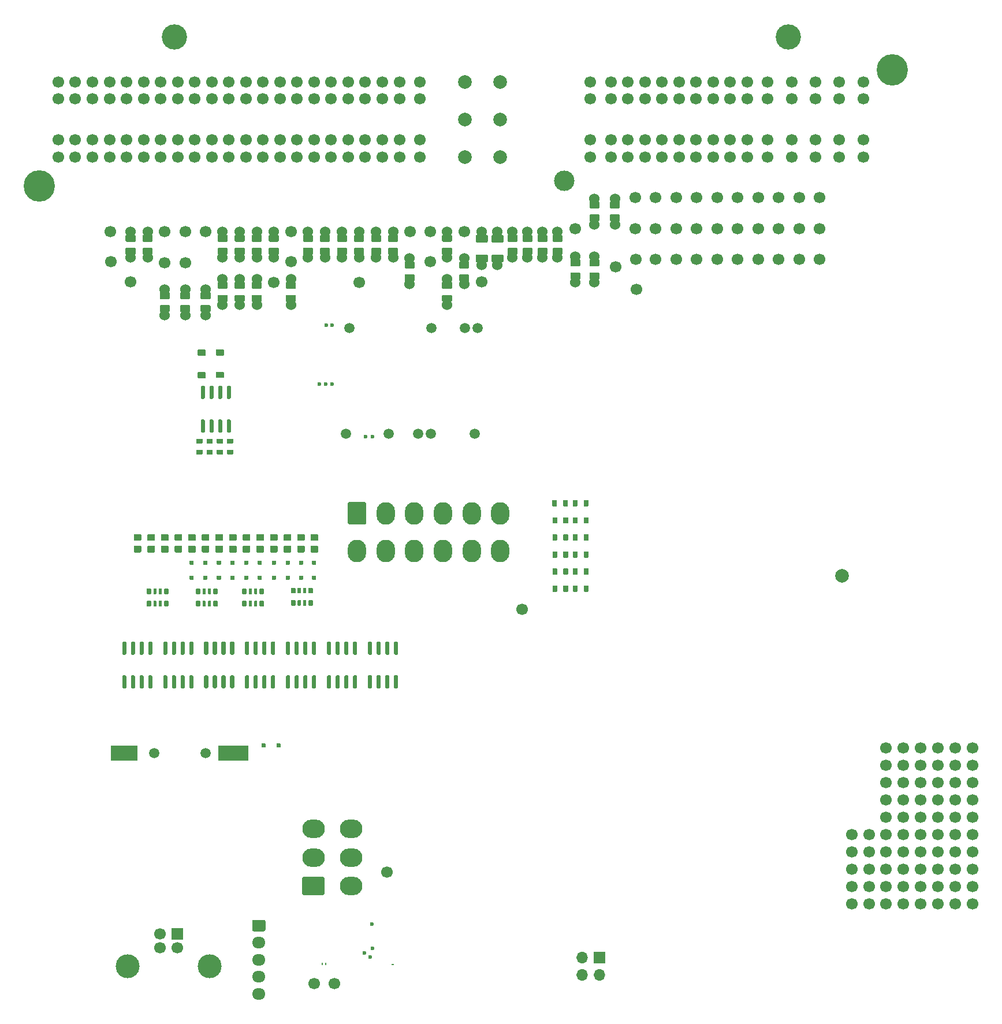
<source format=gts>
G04 #@! TF.GenerationSoftware,KiCad,Pcbnew,8.0.3-8.0.3-0~ubuntu22.04.1*
G04 #@! TF.CreationDate,2024-07-09T12:43:57+00:00*
G04 #@! TF.ProjectId,hellen154hyundai,68656c6c-656e-4313-9534-6879756e6461,E*
G04 #@! TF.SameCoordinates,PX5f5e100PYc845880*
G04 #@! TF.FileFunction,Soldermask,Top*
G04 #@! TF.FilePolarity,Negative*
%FSLAX46Y46*%
G04 Gerber Fmt 4.6, Leading zero omitted, Abs format (unit mm)*
G04 Created by KiCad (PCBNEW 8.0.3-8.0.3-0~ubuntu22.04.1) date 2024-07-09 12:43:57*
%MOMM*%
%LPD*%
G01*
G04 APERTURE LIST*
%ADD10C,1.700000*%
%ADD11O,1.950000X1.700000*%
%ADD12C,1.524000*%
%ADD13C,4.600000*%
%ADD14C,3.700000*%
%ADD15C,3.000000*%
%ADD16C,2.000000*%
%ADD17R,1.700000X1.700000*%
%ADD18C,3.500000*%
%ADD19O,3.300000X2.700000*%
%ADD20O,1.700000X1.700000*%
%ADD21C,1.500000*%
%ADD22C,0.600000*%
%ADD23R,4.399991X2.299995*%
%ADD24R,3.999992X2.299995*%
%ADD25O,2.700000X3.300000*%
%ADD26O,0.499999X0.250000*%
%ADD27O,0.250000X0.499999*%
%ADD28C,0.599999*%
G04 APERTURE END LIST*
D10*
G04 #@! TO.C,P37*
X104500000Y128500000D03*
G04 #@! TD*
G04 #@! TO.C,J1*
G36*
G01*
X48575000Y22650000D02*
X50025000Y22650000D01*
G75*
G02*
X50275000Y22400000I0J-250000D01*
G01*
X50275000Y21200000D01*
G75*
G02*
X50025000Y20950000I-250000J0D01*
G01*
X48575000Y20950000D01*
G75*
G02*
X48325000Y21200000I0J250000D01*
G01*
X48325000Y22400000D01*
G75*
G02*
X48575000Y22650000I250000J0D01*
G01*
G37*
D11*
X49300000Y19300000D03*
X49300000Y16800000D03*
X49300000Y14300000D03*
X49300000Y11800000D03*
G04 #@! TD*
D10*
G04 #@! TO.C,P33*
X128500000Y119500000D03*
G04 #@! TD*
G04 #@! TO.C,P46*
X113500000Y124000000D03*
G04 #@! TD*
G04 #@! TO.C,D15*
G36*
G01*
X40435000Y106225000D02*
X41455000Y106225000D01*
G75*
G02*
X41545000Y106135000I0J-90000D01*
G01*
X41545000Y105415000D01*
G75*
G02*
X41455000Y105325000I-90000J0D01*
G01*
X40435000Y105325000D01*
G75*
G02*
X40345000Y105415000I0J90000D01*
G01*
X40345000Y106135000D01*
G75*
G02*
X40435000Y106225000I90000J0D01*
G01*
G37*
G36*
G01*
X40435000Y102925000D02*
X41455000Y102925000D01*
G75*
G02*
X41545000Y102835000I0J-90000D01*
G01*
X41545000Y102115000D01*
G75*
G02*
X41455000Y102025000I-90000J0D01*
G01*
X40435000Y102025000D01*
G75*
G02*
X40345000Y102115000I0J90000D01*
G01*
X40345000Y102835000D01*
G75*
G02*
X40435000Y102925000I90000J0D01*
G01*
G37*
G04 #@! TD*
D12*
G04 #@! TO.C,F1*
X84300000Y123500000D03*
G36*
G01*
X83400000Y122155010D02*
X83400000Y122845010D01*
G75*
G02*
X83630000Y123075010I230000J0D01*
G01*
X84970000Y123075010D01*
G75*
G02*
X85200000Y122845010I0J-230000D01*
G01*
X85200000Y122155010D01*
G75*
G02*
X84970000Y121925010I-230000J0D01*
G01*
X83630000Y121925010D01*
G75*
G02*
X83400000Y122155010I0J230000D01*
G01*
G37*
G36*
G01*
X83400000Y119254990D02*
X83400000Y119944990D01*
G75*
G02*
X83630000Y120174990I230000J0D01*
G01*
X84970000Y120174990D01*
G75*
G02*
X85200000Y119944990I0J-230000D01*
G01*
X85200000Y119254990D01*
G75*
G02*
X84970000Y119024990I-230000J0D01*
G01*
X83630000Y119024990D01*
G75*
G02*
X83400000Y119254990I0J230000D01*
G01*
G37*
X84300000Y118600000D03*
G04 #@! TD*
G04 #@! TO.C,U4*
G36*
G01*
X41740000Y56550000D02*
X41440000Y56550000D01*
G75*
G02*
X41290000Y56700000I0J150000D01*
G01*
X41290000Y58350000D01*
G75*
G02*
X41440000Y58500000I150000J0D01*
G01*
X41740000Y58500000D01*
G75*
G02*
X41890000Y58350000I0J-150000D01*
G01*
X41890000Y56700000D01*
G75*
G02*
X41740000Y56550000I-150000J0D01*
G01*
G37*
G36*
G01*
X43010000Y56550000D02*
X42710000Y56550000D01*
G75*
G02*
X42560000Y56700000I0J150000D01*
G01*
X42560000Y58350000D01*
G75*
G02*
X42710000Y58500000I150000J0D01*
G01*
X43010000Y58500000D01*
G75*
G02*
X43160000Y58350000I0J-150000D01*
G01*
X43160000Y56700000D01*
G75*
G02*
X43010000Y56550000I-150000J0D01*
G01*
G37*
G36*
G01*
X44280000Y56550000D02*
X43980000Y56550000D01*
G75*
G02*
X43830000Y56700000I0J150000D01*
G01*
X43830000Y58350000D01*
G75*
G02*
X43980000Y58500000I150000J0D01*
G01*
X44280000Y58500000D01*
G75*
G02*
X44430000Y58350000I0J-150000D01*
G01*
X44430000Y56700000D01*
G75*
G02*
X44280000Y56550000I-150000J0D01*
G01*
G37*
G36*
G01*
X45550000Y56550000D02*
X45250000Y56550000D01*
G75*
G02*
X45100000Y56700000I0J150000D01*
G01*
X45100000Y58350000D01*
G75*
G02*
X45250000Y58500000I150000J0D01*
G01*
X45550000Y58500000D01*
G75*
G02*
X45700000Y58350000I0J-150000D01*
G01*
X45700000Y56700000D01*
G75*
G02*
X45550000Y56550000I-150000J0D01*
G01*
G37*
G36*
G01*
X45550000Y61500000D02*
X45250000Y61500000D01*
G75*
G02*
X45100000Y61650000I0J150000D01*
G01*
X45100000Y63300000D01*
G75*
G02*
X45250000Y63450000I150000J0D01*
G01*
X45550000Y63450000D01*
G75*
G02*
X45700000Y63300000I0J-150000D01*
G01*
X45700000Y61650000D01*
G75*
G02*
X45550000Y61500000I-150000J0D01*
G01*
G37*
G36*
G01*
X44280000Y61500000D02*
X43980000Y61500000D01*
G75*
G02*
X43830000Y61650000I0J150000D01*
G01*
X43830000Y63300000D01*
G75*
G02*
X43980000Y63450000I150000J0D01*
G01*
X44280000Y63450000D01*
G75*
G02*
X44430000Y63300000I0J-150000D01*
G01*
X44430000Y61650000D01*
G75*
G02*
X44280000Y61500000I-150000J0D01*
G01*
G37*
G36*
G01*
X43010000Y61500000D02*
X42710000Y61500000D01*
G75*
G02*
X42560000Y61650000I0J150000D01*
G01*
X42560000Y63300000D01*
G75*
G02*
X42710000Y63450000I150000J0D01*
G01*
X43010000Y63450000D01*
G75*
G02*
X43160000Y63300000I0J-150000D01*
G01*
X43160000Y61650000D01*
G75*
G02*
X43010000Y61500000I-150000J0D01*
G01*
G37*
G36*
G01*
X41740000Y61500000D02*
X41440000Y61500000D01*
G75*
G02*
X41290000Y61650000I0J150000D01*
G01*
X41290000Y63300000D01*
G75*
G02*
X41440000Y63450000I150000J0D01*
G01*
X41740000Y63450000D01*
G75*
G02*
X41890000Y63300000I0J-150000D01*
G01*
X41890000Y61650000D01*
G75*
G02*
X41740000Y61500000I-150000J0D01*
G01*
G37*
G04 #@! TD*
D10*
G04 #@! TO.C,P85*
X68100000Y29600000D03*
G04 #@! TD*
G04 #@! TO.C,R14*
G36*
G01*
X95350000Y75810000D02*
X95350000Y76590000D01*
G75*
G02*
X95420000Y76660000I70000J0D01*
G01*
X95980000Y76660000D01*
G75*
G02*
X96050000Y76590000I0J-70000D01*
G01*
X96050000Y75810000D01*
G75*
G02*
X95980000Y75740000I-70000J0D01*
G01*
X95420000Y75740000D01*
G75*
G02*
X95350000Y75810000I0J70000D01*
G01*
G37*
G36*
G01*
X96950000Y75810000D02*
X96950000Y76590000D01*
G75*
G02*
X97020000Y76660000I70000J0D01*
G01*
X97580000Y76660000D01*
G75*
G02*
X97650000Y76590000I0J-70000D01*
G01*
X97650000Y75810000D01*
G75*
G02*
X97580000Y75740000I-70000J0D01*
G01*
X97020000Y75740000D01*
G75*
G02*
X96950000Y75810000I0J70000D01*
G01*
G37*
G04 #@! TD*
G04 #@! TO.C,P53*
X122500000Y128500000D03*
G04 #@! TD*
G04 #@! TO.C,G9*
X151406545Y24944788D03*
X151406545Y27484788D03*
X151406545Y30024788D03*
X151406545Y32564788D03*
X151406545Y35104788D03*
X153946545Y24944788D03*
X153946545Y27484788D03*
X153946545Y30024788D03*
X153946545Y32564788D03*
X153946545Y35104788D03*
G04 #@! TD*
G04 #@! TO.C,P14*
X79400000Y123505000D03*
G04 #@! TD*
G04 #@! TO.C,R95*
G36*
G01*
X44705000Y93175000D02*
X45485000Y93175000D01*
G75*
G02*
X45555000Y93105000I0J-70000D01*
G01*
X45555000Y92545000D01*
G75*
G02*
X45485000Y92475000I-70000J0D01*
G01*
X44705000Y92475000D01*
G75*
G02*
X44635000Y92545000I0J70000D01*
G01*
X44635000Y93105000D01*
G75*
G02*
X44705000Y93175000I70000J0D01*
G01*
G37*
G36*
G01*
X44705000Y91575000D02*
X45485000Y91575000D01*
G75*
G02*
X45555000Y91505000I0J-70000D01*
G01*
X45555000Y90945000D01*
G75*
G02*
X45485000Y90875000I-70000J0D01*
G01*
X44705000Y90875000D01*
G75*
G02*
X44635000Y90945000I0J70000D01*
G01*
X44635000Y91505000D01*
G75*
G02*
X44705000Y91575000I70000J0D01*
G01*
G37*
G04 #@! TD*
D13*
G04 #@! TO.C,P1*
X17162500Y130250000D03*
D14*
X36912500Y152100000D03*
D15*
X94112500Y131000000D03*
D14*
X126912500Y152100000D03*
D13*
X142162500Y147250000D03*
D10*
X137912500Y145500000D03*
X134412500Y145500000D03*
X130912500Y145500000D03*
X127412500Y145500000D03*
X123912500Y145500000D03*
X120912500Y145500000D03*
X118412500Y145500000D03*
X115912500Y145500000D03*
X113412500Y145500000D03*
X110912500Y145500000D03*
X108412500Y145500000D03*
X105912500Y145500000D03*
X103412500Y145500000D03*
X100912500Y145500000D03*
X97912500Y145500000D03*
X137912500Y143000000D03*
X134412500Y143000000D03*
X130912500Y143000000D03*
X127412500Y143000000D03*
X123912500Y143000000D03*
X120912500Y143000000D03*
X118412500Y143000000D03*
X115912500Y143000000D03*
X113412500Y143000000D03*
X110912500Y143000000D03*
X108412500Y143000000D03*
X105912500Y143000000D03*
X103412500Y143000000D03*
X100912500Y143000000D03*
X97912500Y143000000D03*
X137912500Y137000000D03*
X134412500Y137000000D03*
X130912500Y137000000D03*
X127412500Y137000000D03*
X123912500Y137000000D03*
X120912500Y137000000D03*
X118412500Y137000000D03*
X115912500Y137000000D03*
X113412500Y137000000D03*
X110912500Y137000000D03*
X108412500Y137000000D03*
X105912500Y137000000D03*
X103412500Y137000000D03*
X100912500Y137000000D03*
X97912500Y137000000D03*
X137912500Y134500000D03*
X134412500Y134500000D03*
X130912500Y134500000D03*
X127412500Y134500000D03*
X123912500Y134500000D03*
X120912500Y134500000D03*
X118412500Y134500000D03*
X115912500Y134500000D03*
X113412500Y134500000D03*
X110912500Y134500000D03*
X108412500Y134500000D03*
X105912500Y134500000D03*
X103412500Y134500000D03*
X100912500Y134500000D03*
X97912500Y134500000D03*
D16*
X84712500Y145500000D03*
X79512500Y145500000D03*
X84712500Y140000000D03*
X79512500Y140000000D03*
X84712500Y134500000D03*
X79512500Y134500000D03*
D10*
X72912500Y145500000D03*
X69912500Y145500000D03*
X67412500Y145500000D03*
X64912500Y145500000D03*
X62412500Y145500000D03*
X59912500Y145500000D03*
X57412500Y145500000D03*
X54912500Y145500000D03*
X52412500Y145500000D03*
X49912500Y145500000D03*
X47412500Y145500000D03*
X44912500Y145500000D03*
X42412500Y145500000D03*
X39912500Y145500000D03*
X37412500Y145500000D03*
X34912500Y145500000D03*
X32412500Y145500000D03*
X29912500Y145500000D03*
X27412500Y145500000D03*
X24912500Y145500000D03*
X22412500Y145500000D03*
X19912500Y145500000D03*
X72912500Y143000000D03*
X69912500Y143000000D03*
X67412500Y143000000D03*
X64912500Y143000000D03*
X62412500Y143000000D03*
X59912500Y143000000D03*
X57412500Y143000000D03*
X54912500Y143000000D03*
X52412500Y143000000D03*
X49912500Y143000000D03*
X47412500Y143000000D03*
X44912500Y143000000D03*
X42412500Y143000000D03*
X39912500Y143000000D03*
X37412500Y143000000D03*
X34912500Y143000000D03*
X32412500Y143000000D03*
X29912500Y143000000D03*
X27412500Y143000000D03*
X24912500Y143000000D03*
X22412500Y143000000D03*
X19912500Y143000000D03*
X72912500Y137000000D03*
X69912500Y137000000D03*
X67412500Y137000000D03*
X64912500Y137000000D03*
X62412500Y137000000D03*
X59912500Y137000000D03*
X57412500Y137000000D03*
X54912500Y137000000D03*
X52412500Y137000000D03*
X49912500Y137000000D03*
X47412500Y137000000D03*
X44912500Y137000000D03*
X42412500Y137000000D03*
X39912500Y137000000D03*
X37412500Y137000000D03*
X34912500Y137000000D03*
X32412500Y137000000D03*
X29912500Y137000000D03*
X27412500Y137000000D03*
X24912500Y137000000D03*
X22412500Y137000000D03*
X19912500Y137000000D03*
X72912500Y134500000D03*
X69912500Y134500000D03*
X67412500Y134500000D03*
X64912500Y134500000D03*
X62412500Y134500000D03*
X59912500Y134500000D03*
X57412500Y134500000D03*
X54912500Y134500000D03*
X52412500Y134500000D03*
X49912500Y134500000D03*
X47412500Y134500000D03*
X44912500Y134500000D03*
X42412500Y134500000D03*
X39912500Y134500000D03*
X37412500Y134500000D03*
X34912500Y134500000D03*
X32412500Y134500000D03*
X29912500Y134500000D03*
X27412500Y134500000D03*
X24912500Y134500000D03*
X22412500Y134500000D03*
X19912500Y134500000D03*
G04 #@! TD*
D12*
G04 #@! TO.C,R17*
X41500000Y111295000D03*
G36*
G01*
X42125000Y111749999D02*
X40875000Y111749999D01*
G75*
G02*
X40775000Y111849999I0J100000D01*
G01*
X40775000Y112649999D01*
G75*
G02*
X40875000Y112749999I100000J0D01*
G01*
X42125000Y112749999D01*
G75*
G02*
X42225000Y112649999I0J-100000D01*
G01*
X42225000Y111849999D01*
G75*
G02*
X42125000Y111749999I-100000J0D01*
G01*
G37*
G36*
G01*
X42125000Y113650021D02*
X40875000Y113650021D01*
G75*
G02*
X40775000Y113750021I0J100000D01*
G01*
X40775000Y114550021D01*
G75*
G02*
X40875000Y114650021I100000J0D01*
G01*
X42125000Y114650021D01*
G75*
G02*
X42225000Y114550021I0J-100000D01*
G01*
X42225000Y113750021D01*
G75*
G02*
X42125000Y113650021I-100000J0D01*
G01*
G37*
X41500000Y115105000D03*
G04 #@! TD*
D10*
G04 #@! TO.C,P45*
X116500000Y128500000D03*
G04 #@! TD*
D12*
G04 #@! TO.C,R30*
X35500000Y111295000D03*
G36*
G01*
X36125000Y111749999D02*
X34875000Y111749999D01*
G75*
G02*
X34775000Y111849999I0J100000D01*
G01*
X34775000Y112649999D01*
G75*
G02*
X34875000Y112749999I100000J0D01*
G01*
X36125000Y112749999D01*
G75*
G02*
X36225000Y112649999I0J-100000D01*
G01*
X36225000Y111849999D01*
G75*
G02*
X36125000Y111749999I-100000J0D01*
G01*
G37*
G36*
G01*
X36125000Y113650021D02*
X34875000Y113650021D01*
G75*
G02*
X34775000Y113750021I0J100000D01*
G01*
X34775000Y114550021D01*
G75*
G02*
X34875000Y114650021I100000J0D01*
G01*
X36125000Y114650021D01*
G75*
G02*
X36225000Y114550021I0J-100000D01*
G01*
X36225000Y113750021D01*
G75*
G02*
X36125000Y113650021I-100000J0D01*
G01*
G37*
X35500000Y115105000D03*
G04 #@! TD*
D10*
G04 #@! TO.C,P31*
X104600000Y119500000D03*
G04 #@! TD*
G04 #@! TO.C,P87*
X60350003Y13325003D03*
G04 #@! TD*
G04 #@! TO.C,P25*
X116500000Y124000000D03*
G04 #@! TD*
G04 #@! TO.C,P3*
X82000000Y116200000D03*
G04 #@! TD*
G04 #@! TO.C,D16*
G36*
G01*
X45050000Y79200000D02*
X45950000Y79200000D01*
G75*
G02*
X46050000Y79100000I0J-100000D01*
G01*
X46050000Y78300000D01*
G75*
G02*
X45950000Y78200000I-100000J0D01*
G01*
X45050000Y78200000D01*
G75*
G02*
X44950000Y78300000I0J100000D01*
G01*
X44950000Y79100000D01*
G75*
G02*
X45050000Y79200000I100000J0D01*
G01*
G37*
G36*
G01*
X45050000Y77500000D02*
X45950000Y77500000D01*
G75*
G02*
X46050000Y77400000I0J-100000D01*
G01*
X46050000Y76600000D01*
G75*
G02*
X45950000Y76500000I-100000J0D01*
G01*
X45050000Y76500000D01*
G75*
G02*
X44950000Y76600000I0J100000D01*
G01*
X44950000Y77400000D01*
G75*
G02*
X45050000Y77500000I100000J0D01*
G01*
G37*
G04 #@! TD*
D12*
G04 #@! TO.C,R52*
X46500000Y119695000D03*
G36*
G01*
X47125000Y120149999D02*
X45875000Y120149999D01*
G75*
G02*
X45775000Y120249999I0J100000D01*
G01*
X45775000Y121049999D01*
G75*
G02*
X45875000Y121149999I100000J0D01*
G01*
X47125000Y121149999D01*
G75*
G02*
X47225000Y121049999I0J-100000D01*
G01*
X47225000Y120249999D01*
G75*
G02*
X47125000Y120149999I-100000J0D01*
G01*
G37*
G36*
G01*
X47125000Y122050021D02*
X45875000Y122050021D01*
G75*
G02*
X45775000Y122150021I0J100000D01*
G01*
X45775000Y122950021D01*
G75*
G02*
X45875000Y123050021I100000J0D01*
G01*
X47125000Y123050021D01*
G75*
G02*
X47225000Y122950021I0J-100000D01*
G01*
X47225000Y122150021D01*
G75*
G02*
X47125000Y122050021I-100000J0D01*
G01*
G37*
X46500000Y123505000D03*
G04 #@! TD*
G04 #@! TO.C,D27*
G36*
G01*
X57112499Y72560002D02*
X57112499Y73040002D01*
G75*
G02*
X57172499Y73100002I60000J0D01*
G01*
X57652499Y73100002D01*
G75*
G02*
X57712499Y73040002I0J-60000D01*
G01*
X57712499Y72560002D01*
G75*
G02*
X57652499Y72500002I-60000J0D01*
G01*
X57172499Y72500002D01*
G75*
G02*
X57112499Y72560002I0J60000D01*
G01*
G37*
G36*
G01*
X57112499Y74760002D02*
X57112499Y75240002D01*
G75*
G02*
X57172499Y75300002I60000J0D01*
G01*
X57652499Y75300002D01*
G75*
G02*
X57712499Y75240002I0J-60000D01*
G01*
X57712499Y74760002D01*
G75*
G02*
X57652499Y74700002I-60000J0D01*
G01*
X57172499Y74700002D01*
G75*
G02*
X57112499Y74760002I0J60000D01*
G01*
G37*
G04 #@! TD*
D10*
G04 #@! TO.C,P42*
X125500000Y124000000D03*
G04 #@! TD*
G04 #@! TO.C,R25*
G36*
G01*
X92350000Y70810000D02*
X92350000Y71590000D01*
G75*
G02*
X92420000Y71660000I70000J0D01*
G01*
X92980000Y71660000D01*
G75*
G02*
X93050000Y71590000I0J-70000D01*
G01*
X93050000Y70810000D01*
G75*
G02*
X92980000Y70740000I-70000J0D01*
G01*
X92420000Y70740000D01*
G75*
G02*
X92350000Y70810000I0J70000D01*
G01*
G37*
G36*
G01*
X93950000Y70810000D02*
X93950000Y71590000D01*
G75*
G02*
X94020000Y71660000I70000J0D01*
G01*
X94580000Y71660000D01*
G75*
G02*
X94650000Y71590000I0J-70000D01*
G01*
X94650000Y70810000D01*
G75*
G02*
X94580000Y70740000I-70000J0D01*
G01*
X94020000Y70740000D01*
G75*
G02*
X93950000Y70810000I0J70000D01*
G01*
G37*
G04 #@! TD*
G04 #@! TO.C,D26*
G36*
G01*
X55187263Y72560001D02*
X55187263Y73040001D01*
G75*
G02*
X55247263Y73100001I60000J0D01*
G01*
X55727263Y73100001D01*
G75*
G02*
X55787263Y73040001I0J-60000D01*
G01*
X55787263Y72560001D01*
G75*
G02*
X55727263Y72500001I-60000J0D01*
G01*
X55247263Y72500001D01*
G75*
G02*
X55187263Y72560001I0J60000D01*
G01*
G37*
G36*
G01*
X55187263Y74760001D02*
X55187263Y75240001D01*
G75*
G02*
X55247263Y75300001I60000J0D01*
G01*
X55727263Y75300001D01*
G75*
G02*
X55787263Y75240001I0J-60000D01*
G01*
X55787263Y74760001D01*
G75*
G02*
X55727263Y74700001I-60000J0D01*
G01*
X55247263Y74700001D01*
G75*
G02*
X55187263Y74760001I0J60000D01*
G01*
G37*
G04 #@! TD*
G04 #@! TO.C,R76*
G36*
G01*
X40074998Y68665001D02*
X40074998Y69335001D01*
G75*
G02*
X40139998Y69400001I65000J0D01*
G01*
X40659998Y69400001D01*
G75*
G02*
X40724998Y69335001I0J-65000D01*
G01*
X40724998Y68665001D01*
G75*
G02*
X40659998Y68600001I-65000J0D01*
G01*
X40139998Y68600001D01*
G75*
G02*
X40074998Y68665001I0J65000D01*
G01*
G37*
G36*
G01*
X41049998Y68645001D02*
X41049998Y69355001D01*
G75*
G02*
X41094998Y69400001I45000J0D01*
G01*
X41454998Y69400001D01*
G75*
G02*
X41499998Y69355001I0J-45000D01*
G01*
X41499998Y68645001D01*
G75*
G02*
X41454998Y68600001I-45000J0D01*
G01*
X41094998Y68600001D01*
G75*
G02*
X41049998Y68645001I0J45000D01*
G01*
G37*
G36*
G01*
X41849998Y68645001D02*
X41849998Y69355001D01*
G75*
G02*
X41894998Y69400001I45000J0D01*
G01*
X42254998Y69400001D01*
G75*
G02*
X42299998Y69355001I0J-45000D01*
G01*
X42299998Y68645001D01*
G75*
G02*
X42254998Y68600001I-45000J0D01*
G01*
X41894998Y68600001D01*
G75*
G02*
X41849998Y68645001I0J45000D01*
G01*
G37*
G36*
G01*
X42624998Y68665001D02*
X42624998Y69335001D01*
G75*
G02*
X42689998Y69400001I65000J0D01*
G01*
X43209998Y69400001D01*
G75*
G02*
X43274998Y69335001I0J-65000D01*
G01*
X43274998Y68665001D01*
G75*
G02*
X43209998Y68600001I-65000J0D01*
G01*
X42689998Y68600001D01*
G75*
G02*
X42624998Y68665001I0J65000D01*
G01*
G37*
G36*
G01*
X42624998Y70465001D02*
X42624998Y71135001D01*
G75*
G02*
X42689998Y71200001I65000J0D01*
G01*
X43209998Y71200001D01*
G75*
G02*
X43274998Y71135001I0J-65000D01*
G01*
X43274998Y70465001D01*
G75*
G02*
X43209998Y70400001I-65000J0D01*
G01*
X42689998Y70400001D01*
G75*
G02*
X42624998Y70465001I0J65000D01*
G01*
G37*
G36*
G01*
X41849998Y70445001D02*
X41849998Y71155001D01*
G75*
G02*
X41894998Y71200001I45000J0D01*
G01*
X42254998Y71200001D01*
G75*
G02*
X42299998Y71155001I0J-45000D01*
G01*
X42299998Y70445001D01*
G75*
G02*
X42254998Y70400001I-45000J0D01*
G01*
X41894998Y70400001D01*
G75*
G02*
X41849998Y70445001I0J45000D01*
G01*
G37*
G36*
G01*
X41049998Y70445001D02*
X41049998Y71155001D01*
G75*
G02*
X41094998Y71200001I45000J0D01*
G01*
X41454998Y71200001D01*
G75*
G02*
X41499998Y71155001I0J-45000D01*
G01*
X41499998Y70445001D01*
G75*
G02*
X41454998Y70400001I-45000J0D01*
G01*
X41094998Y70400001D01*
G75*
G02*
X41049998Y70445001I0J45000D01*
G01*
G37*
G36*
G01*
X40074998Y70465001D02*
X40074998Y71135001D01*
G75*
G02*
X40139998Y71200001I65000J0D01*
G01*
X40659998Y71200001D01*
G75*
G02*
X40724998Y71135001I0J-65000D01*
G01*
X40724998Y70465001D01*
G75*
G02*
X40659998Y70400001I-65000J0D01*
G01*
X40139998Y70400001D01*
G75*
G02*
X40074998Y70465001I0J65000D01*
G01*
G37*
G04 #@! TD*
D12*
G04 #@! TO.C,R28*
X54000000Y112795000D03*
G36*
G01*
X54625000Y113249999D02*
X53375000Y113249999D01*
G75*
G02*
X53275000Y113349999I0J100000D01*
G01*
X53275000Y114149999D01*
G75*
G02*
X53375000Y114249999I100000J0D01*
G01*
X54625000Y114249999D01*
G75*
G02*
X54725000Y114149999I0J-100000D01*
G01*
X54725000Y113349999D01*
G75*
G02*
X54625000Y113249999I-100000J0D01*
G01*
G37*
G36*
G01*
X54625000Y115150021D02*
X53375000Y115150021D01*
G75*
G02*
X53275000Y115250021I0J100000D01*
G01*
X53275000Y116050021D01*
G75*
G02*
X53375000Y116150021I100000J0D01*
G01*
X54625000Y116150021D01*
G75*
G02*
X54725000Y116050021I0J-100000D01*
G01*
X54725000Y115250021D01*
G75*
G02*
X54625000Y115150021I-100000J0D01*
G01*
G37*
X54000000Y116605000D03*
G04 #@! TD*
D10*
G04 #@! TO.C,P24*
X119500000Y119500000D03*
G04 #@! TD*
D17*
G04 #@! TO.C,J40*
X37337501Y20584160D03*
D10*
X34837501Y20584160D03*
X34837501Y18584160D03*
X37337501Y18584160D03*
D18*
X42107501Y15874160D03*
X30067501Y15874160D03*
G04 #@! TD*
G04 #@! TO.C,R83*
G36*
G01*
X40205000Y93175000D02*
X40985000Y93175000D01*
G75*
G02*
X41055000Y93105000I0J-70000D01*
G01*
X41055000Y92545000D01*
G75*
G02*
X40985000Y92475000I-70000J0D01*
G01*
X40205000Y92475000D01*
G75*
G02*
X40135000Y92545000I0J70000D01*
G01*
X40135000Y93105000D01*
G75*
G02*
X40205000Y93175000I70000J0D01*
G01*
G37*
G36*
G01*
X40205000Y91575000D02*
X40985000Y91575000D01*
G75*
G02*
X41055000Y91505000I0J-70000D01*
G01*
X41055000Y90945000D01*
G75*
G02*
X40985000Y90875000I-70000J0D01*
G01*
X40205000Y90875000D01*
G75*
G02*
X40135000Y90945000I0J70000D01*
G01*
X40135000Y91505000D01*
G75*
G02*
X40205000Y91575000I70000J0D01*
G01*
G37*
G04 #@! TD*
G04 #@! TO.C,R18*
G36*
G01*
X95350000Y70810000D02*
X95350000Y71590000D01*
G75*
G02*
X95420000Y71660000I70000J0D01*
G01*
X95980000Y71660000D01*
G75*
G02*
X96050000Y71590000I0J-70000D01*
G01*
X96050000Y70810000D01*
G75*
G02*
X95980000Y70740000I-70000J0D01*
G01*
X95420000Y70740000D01*
G75*
G02*
X95350000Y70810000I0J70000D01*
G01*
G37*
G36*
G01*
X96950000Y70810000D02*
X96950000Y71590000D01*
G75*
G02*
X97020000Y71660000I70000J0D01*
G01*
X97580000Y71660000D01*
G75*
G02*
X97650000Y71590000I0J-70000D01*
G01*
X97650000Y70810000D01*
G75*
G02*
X97580000Y70740000I-70000J0D01*
G01*
X97020000Y70740000D01*
G75*
G02*
X96950000Y70810000I0J70000D01*
G01*
G37*
G04 #@! TD*
D10*
G04 #@! TO.C,P86*
X57450003Y13325003D03*
G04 #@! TD*
G04 #@! TO.C,D6*
G36*
G01*
X31068986Y79200000D02*
X31968986Y79200000D01*
G75*
G02*
X32068986Y79100000I0J-100000D01*
G01*
X32068986Y78300000D01*
G75*
G02*
X31968986Y78200000I-100000J0D01*
G01*
X31068986Y78200000D01*
G75*
G02*
X30968986Y78300000I0J100000D01*
G01*
X30968986Y79100000D01*
G75*
G02*
X31068986Y79200000I100000J0D01*
G01*
G37*
G36*
G01*
X31068986Y77500000D02*
X31968986Y77500000D01*
G75*
G02*
X32068986Y77400000I0J-100000D01*
G01*
X32068986Y76600000D01*
G75*
G02*
X31968986Y76500000I-100000J0D01*
G01*
X31068986Y76500000D01*
G75*
G02*
X30968986Y76600000I0J100000D01*
G01*
X30968986Y77400000D01*
G75*
G02*
X31068986Y77500000I100000J0D01*
G01*
G37*
G04 #@! TD*
G04 #@! TO.C,G7*
X141206545Y24944788D03*
X141206545Y27484788D03*
X141206545Y30024788D03*
X141206545Y32564788D03*
X141206545Y35104788D03*
X143746545Y24944788D03*
X143746545Y27484788D03*
X143746545Y30024788D03*
X143746545Y32564788D03*
X143746545Y35104788D03*
G04 #@! TD*
G04 #@! TO.C,P10*
X27600000Y119100000D03*
G04 #@! TD*
G04 #@! TO.C,P29*
X110500000Y124000000D03*
G04 #@! TD*
G04 #@! TO.C,P41*
X128500000Y124000000D03*
G04 #@! TD*
G04 #@! TO.C,P51*
X128500000Y128500000D03*
G04 #@! TD*
D12*
G04 #@! TO.C,R32*
X76900000Y119695000D03*
G36*
G01*
X77525000Y120149999D02*
X76275000Y120149999D01*
G75*
G02*
X76175000Y120249999I0J100000D01*
G01*
X76175000Y121049999D01*
G75*
G02*
X76275000Y121149999I100000J0D01*
G01*
X77525000Y121149999D01*
G75*
G02*
X77625000Y121049999I0J-100000D01*
G01*
X77625000Y120249999D01*
G75*
G02*
X77525000Y120149999I-100000J0D01*
G01*
G37*
G36*
G01*
X77525000Y122050021D02*
X76275000Y122050021D01*
G75*
G02*
X76175000Y122150021I0J100000D01*
G01*
X76175000Y122950021D01*
G75*
G02*
X76275000Y123050021I100000J0D01*
G01*
X77525000Y123050021D01*
G75*
G02*
X77625000Y122950021I0J-100000D01*
G01*
X77625000Y122150021D01*
G75*
G02*
X77525000Y122050021I-100000J0D01*
G01*
G37*
X76900000Y123505000D03*
G04 #@! TD*
D10*
G04 #@! TO.C,P44*
X119500000Y128500000D03*
G04 #@! TD*
D12*
G04 #@! TO.C,R58*
X101500000Y124595000D03*
G36*
G01*
X102125000Y125049999D02*
X100875000Y125049999D01*
G75*
G02*
X100775000Y125149999I0J100000D01*
G01*
X100775000Y125949999D01*
G75*
G02*
X100875000Y126049999I100000J0D01*
G01*
X102125000Y126049999D01*
G75*
G02*
X102225000Y125949999I0J-100000D01*
G01*
X102225000Y125149999D01*
G75*
G02*
X102125000Y125049999I-100000J0D01*
G01*
G37*
G36*
G01*
X102125000Y126950021D02*
X100875000Y126950021D01*
G75*
G02*
X100775000Y127050021I0J100000D01*
G01*
X100775000Y127850021D01*
G75*
G02*
X100875000Y127950021I100000J0D01*
G01*
X102125000Y127950021D01*
G75*
G02*
X102225000Y127850021I0J-100000D01*
G01*
X102225000Y127050021D01*
G75*
G02*
X102125000Y126950021I-100000J0D01*
G01*
G37*
X101500000Y128405000D03*
G04 #@! TD*
G04 #@! TO.C,R11*
G36*
G01*
X95350000Y78310000D02*
X95350000Y79090000D01*
G75*
G02*
X95420000Y79160000I70000J0D01*
G01*
X95980000Y79160000D01*
G75*
G02*
X96050000Y79090000I0J-70000D01*
G01*
X96050000Y78310000D01*
G75*
G02*
X95980000Y78240000I-70000J0D01*
G01*
X95420000Y78240000D01*
G75*
G02*
X95350000Y78310000I0J70000D01*
G01*
G37*
G36*
G01*
X96950000Y78310000D02*
X96950000Y79090000D01*
G75*
G02*
X97020000Y79160000I70000J0D01*
G01*
X97580000Y79160000D01*
G75*
G02*
X97650000Y79090000I0J-70000D01*
G01*
X97650000Y78310000D01*
G75*
G02*
X97580000Y78240000I-70000J0D01*
G01*
X97020000Y78240000D01*
G75*
G02*
X96950000Y78310000I0J70000D01*
G01*
G37*
G04 #@! TD*
D10*
G04 #@! TO.C,P13*
X35500000Y119000000D03*
G04 #@! TD*
G04 #@! TO.C,G5*
X146306545Y37644788D03*
X146306545Y40184788D03*
X146306545Y42724788D03*
X146306545Y45264788D03*
X146306545Y47804788D03*
X148846545Y37644788D03*
X148846545Y40184788D03*
X148846545Y42724788D03*
X148846545Y45264788D03*
X148846545Y47804788D03*
G04 #@! TD*
G04 #@! TO.C,P23*
X125500000Y119500000D03*
G04 #@! TD*
G04 #@! TO.C,R10*
G36*
G01*
X95350000Y80810000D02*
X95350000Y81590000D01*
G75*
G02*
X95420000Y81660000I70000J0D01*
G01*
X95980000Y81660000D01*
G75*
G02*
X96050000Y81590000I0J-70000D01*
G01*
X96050000Y80810000D01*
G75*
G02*
X95980000Y80740000I-70000J0D01*
G01*
X95420000Y80740000D01*
G75*
G02*
X95350000Y80810000I0J70000D01*
G01*
G37*
G36*
G01*
X96950000Y80810000D02*
X96950000Y81590000D01*
G75*
G02*
X97020000Y81660000I70000J0D01*
G01*
X97580000Y81660000D01*
G75*
G02*
X97650000Y81590000I0J-70000D01*
G01*
X97650000Y80810000D01*
G75*
G02*
X97580000Y80740000I-70000J0D01*
G01*
X97020000Y80740000D01*
G75*
G02*
X96950000Y80810000I0J70000D01*
G01*
G37*
G04 #@! TD*
D12*
G04 #@! TO.C,R39*
X49000000Y112795000D03*
G36*
G01*
X49625000Y113249999D02*
X48375000Y113249999D01*
G75*
G02*
X48275000Y113349999I0J100000D01*
G01*
X48275000Y114149999D01*
G75*
G02*
X48375000Y114249999I100000J0D01*
G01*
X49625000Y114249999D01*
G75*
G02*
X49725000Y114149999I0J-100000D01*
G01*
X49725000Y113349999D01*
G75*
G02*
X49625000Y113249999I-100000J0D01*
G01*
G37*
G36*
G01*
X49625000Y115150021D02*
X48375000Y115150021D01*
G75*
G02*
X48275000Y115250021I0J100000D01*
G01*
X48275000Y116050021D01*
G75*
G02*
X48375000Y116150021I100000J0D01*
G01*
X49625000Y116150021D01*
G75*
G02*
X49725000Y116050021I0J-100000D01*
G01*
X49725000Y115250021D01*
G75*
G02*
X49625000Y115150021I-100000J0D01*
G01*
G37*
X49000000Y116605000D03*
G04 #@! TD*
G04 #@! TO.C,R4*
X86500000Y119690000D03*
G36*
G01*
X87125000Y120144999D02*
X85875000Y120144999D01*
G75*
G02*
X85775000Y120244999I0J100000D01*
G01*
X85775000Y121044999D01*
G75*
G02*
X85875000Y121144999I100000J0D01*
G01*
X87125000Y121144999D01*
G75*
G02*
X87225000Y121044999I0J-100000D01*
G01*
X87225000Y120244999D01*
G75*
G02*
X87125000Y120144999I-100000J0D01*
G01*
G37*
G36*
G01*
X87125000Y122045021D02*
X85875000Y122045021D01*
G75*
G02*
X85775000Y122145021I0J100000D01*
G01*
X85775000Y122945021D01*
G75*
G02*
X85875000Y123045021I100000J0D01*
G01*
X87125000Y123045021D01*
G75*
G02*
X87225000Y122945021I0J-100000D01*
G01*
X87225000Y122145021D01*
G75*
G02*
X87125000Y122045021I-100000J0D01*
G01*
G37*
X86500000Y123500000D03*
G04 #@! TD*
G04 #@! TO.C,R12*
X38500000Y111295000D03*
G36*
G01*
X39125000Y111749999D02*
X37875000Y111749999D01*
G75*
G02*
X37775000Y111849999I0J100000D01*
G01*
X37775000Y112649999D01*
G75*
G02*
X37875000Y112749999I100000J0D01*
G01*
X39125000Y112749999D01*
G75*
G02*
X39225000Y112649999I0J-100000D01*
G01*
X39225000Y111849999D01*
G75*
G02*
X39125000Y111749999I-100000J0D01*
G01*
G37*
G36*
G01*
X39125000Y113650021D02*
X37875000Y113650021D01*
G75*
G02*
X37775000Y113750021I0J100000D01*
G01*
X37775000Y114550021D01*
G75*
G02*
X37875000Y114650021I100000J0D01*
G01*
X39125000Y114650021D01*
G75*
G02*
X39225000Y114550021I0J-100000D01*
G01*
X39225000Y113750021D01*
G75*
G02*
X39125000Y113650021I-100000J0D01*
G01*
G37*
X38500000Y115105000D03*
G04 #@! TD*
D10*
G04 #@! TO.C,P18*
X41500000Y123500000D03*
G04 #@! TD*
G04 #@! TO.C,J4*
G36*
G01*
X58699999Y26250000D02*
X55900001Y26250000D01*
G75*
G02*
X55650000Y26500001I0J250001D01*
G01*
X55650000Y28699999D01*
G75*
G02*
X55900001Y28950000I250001J0D01*
G01*
X58699999Y28950000D01*
G75*
G02*
X58950000Y28699999I0J-250001D01*
G01*
X58950000Y26500001D01*
G75*
G02*
X58699999Y26250000I-250001J0D01*
G01*
G37*
D19*
X57300000Y31800000D03*
X57300000Y36000000D03*
X62800000Y27600000D03*
X62800000Y31800000D03*
X62800000Y36000000D03*
G04 #@! TD*
G04 #@! TO.C,R19*
G36*
G01*
X92322472Y83336268D02*
X92322472Y84116268D01*
G75*
G02*
X92392472Y84186268I70000J0D01*
G01*
X92952472Y84186268D01*
G75*
G02*
X93022472Y84116268I0J-70000D01*
G01*
X93022472Y83336268D01*
G75*
G02*
X92952472Y83266268I-70000J0D01*
G01*
X92392472Y83266268D01*
G75*
G02*
X92322472Y83336268I0J70000D01*
G01*
G37*
G36*
G01*
X93922472Y83336268D02*
X93922472Y84116268D01*
G75*
G02*
X93992472Y84186268I70000J0D01*
G01*
X94552472Y84186268D01*
G75*
G02*
X94622472Y84116268I0J-70000D01*
G01*
X94622472Y83336268D01*
G75*
G02*
X94552472Y83266268I-70000J0D01*
G01*
X93992472Y83266268D01*
G75*
G02*
X93922472Y83336268I0J70000D01*
G01*
G37*
G04 #@! TD*
D10*
G04 #@! TO.C,P27*
X113500000Y119500000D03*
G04 #@! TD*
G04 #@! TO.C,P50*
X131500000Y128500000D03*
G04 #@! TD*
G04 #@! TO.C,R20*
G36*
G01*
X92350000Y80810000D02*
X92350000Y81590000D01*
G75*
G02*
X92420000Y81660000I70000J0D01*
G01*
X92980000Y81660000D01*
G75*
G02*
X93050000Y81590000I0J-70000D01*
G01*
X93050000Y80810000D01*
G75*
G02*
X92980000Y80740000I-70000J0D01*
G01*
X92420000Y80740000D01*
G75*
G02*
X92350000Y80810000I0J70000D01*
G01*
G37*
G36*
G01*
X93950000Y80810000D02*
X93950000Y81590000D01*
G75*
G02*
X94020000Y81660000I70000J0D01*
G01*
X94580000Y81660000D01*
G75*
G02*
X94650000Y81590000I0J-70000D01*
G01*
X94650000Y80810000D01*
G75*
G02*
X94580000Y80740000I-70000J0D01*
G01*
X94020000Y80740000D01*
G75*
G02*
X93950000Y80810000I0J70000D01*
G01*
G37*
G04 #@! TD*
G04 #@! TO.C,R15*
G36*
G01*
X95350000Y73310000D02*
X95350000Y74090000D01*
G75*
G02*
X95420000Y74160000I70000J0D01*
G01*
X95980000Y74160000D01*
G75*
G02*
X96050000Y74090000I0J-70000D01*
G01*
X96050000Y73310000D01*
G75*
G02*
X95980000Y73240000I-70000J0D01*
G01*
X95420000Y73240000D01*
G75*
G02*
X95350000Y73310000I0J70000D01*
G01*
G37*
G36*
G01*
X96950000Y73310000D02*
X96950000Y74090000D01*
G75*
G02*
X97020000Y74160000I70000J0D01*
G01*
X97580000Y74160000D01*
G75*
G02*
X97650000Y74090000I0J-70000D01*
G01*
X97650000Y73310000D01*
G75*
G02*
X97580000Y73240000I-70000J0D01*
G01*
X97020000Y73240000D01*
G75*
G02*
X96950000Y73310000I0J70000D01*
G01*
G37*
G04 #@! TD*
G04 #@! TO.C,D19*
G36*
G01*
X49050000Y79200000D02*
X49950000Y79200000D01*
G75*
G02*
X50050000Y79100000I0J-100000D01*
G01*
X50050000Y78300000D01*
G75*
G02*
X49950000Y78200000I-100000J0D01*
G01*
X49050000Y78200000D01*
G75*
G02*
X48950000Y78300000I0J100000D01*
G01*
X48950000Y79100000D01*
G75*
G02*
X49050000Y79200000I100000J0D01*
G01*
G37*
G36*
G01*
X49050000Y77500000D02*
X49950000Y77500000D01*
G75*
G02*
X50050000Y77400000I0J-100000D01*
G01*
X50050000Y76600000D01*
G75*
G02*
X49950000Y76500000I-100000J0D01*
G01*
X49050000Y76500000D01*
G75*
G02*
X48950000Y76600000I0J100000D01*
G01*
X48950000Y77400000D01*
G75*
G02*
X49050000Y77500000I100000J0D01*
G01*
G37*
G04 #@! TD*
G04 #@! TO.C,D28*
G36*
G01*
X53050000Y79200000D02*
X53950000Y79200000D01*
G75*
G02*
X54050000Y79100000I0J-100000D01*
G01*
X54050000Y78300000D01*
G75*
G02*
X53950000Y78200000I-100000J0D01*
G01*
X53050000Y78200000D01*
G75*
G02*
X52950000Y78300000I0J100000D01*
G01*
X52950000Y79100000D01*
G75*
G02*
X53050000Y79200000I100000J0D01*
G01*
G37*
G36*
G01*
X53050000Y77500000D02*
X53950000Y77500000D01*
G75*
G02*
X54050000Y77400000I0J-100000D01*
G01*
X54050000Y76600000D01*
G75*
G02*
X53950000Y76500000I-100000J0D01*
G01*
X53050000Y76500000D01*
G75*
G02*
X52950000Y76600000I0J100000D01*
G01*
X52950000Y77400000D01*
G75*
G02*
X53050000Y77500000I100000J0D01*
G01*
G37*
G04 #@! TD*
G04 #@! TO.C,G10*
X141206545Y37644788D03*
X141206545Y40184788D03*
X141206545Y42724788D03*
X141206545Y45264788D03*
X141206545Y47804788D03*
X143746545Y37644788D03*
X143746545Y40184788D03*
X143746545Y42724788D03*
X143746545Y45264788D03*
X143746545Y47804788D03*
G04 #@! TD*
G04 #@! TO.C,D24*
G36*
G01*
X52440000Y47900000D02*
X51960000Y47900000D01*
G75*
G02*
X51900000Y47960000I0J60000D01*
G01*
X51900000Y48440000D01*
G75*
G02*
X51960000Y48500000I60000J0D01*
G01*
X52440000Y48500000D01*
G75*
G02*
X52500000Y48440000I0J-60000D01*
G01*
X52500000Y47960000D01*
G75*
G02*
X52440000Y47900000I-60000J0D01*
G01*
G37*
G36*
G01*
X50240000Y47900000D02*
X49760000Y47900000D01*
G75*
G02*
X49700000Y47960000I0J60000D01*
G01*
X49700000Y48440000D01*
G75*
G02*
X49760000Y48500000I60000J0D01*
G01*
X50240000Y48500000D01*
G75*
G02*
X50300000Y48440000I0J-60000D01*
G01*
X50300000Y47960000D01*
G75*
G02*
X50240000Y47900000I-60000J0D01*
G01*
G37*
G04 #@! TD*
G04 #@! TO.C,G4*
X146306545Y24944788D03*
X146306545Y27484788D03*
X146306545Y30024788D03*
X146306545Y32564788D03*
X146306545Y35104788D03*
X148846545Y24944788D03*
X148846545Y27484788D03*
X148846545Y30024788D03*
X148846545Y32564788D03*
X148846545Y35104788D03*
G04 #@! TD*
D17*
G04 #@! TO.C,J3*
X99275000Y17082843D03*
D20*
X99275000Y14542843D03*
X96735000Y17082843D03*
X96735000Y14542843D03*
G04 #@! TD*
G04 #@! TO.C,R1*
G36*
G01*
X95322472Y83336268D02*
X95322472Y84116268D01*
G75*
G02*
X95392472Y84186268I70000J0D01*
G01*
X95952472Y84186268D01*
G75*
G02*
X96022472Y84116268I0J-70000D01*
G01*
X96022472Y83336268D01*
G75*
G02*
X95952472Y83266268I-70000J0D01*
G01*
X95392472Y83266268D01*
G75*
G02*
X95322472Y83336268I0J70000D01*
G01*
G37*
G36*
G01*
X96922472Y83336268D02*
X96922472Y84116268D01*
G75*
G02*
X96992472Y84186268I70000J0D01*
G01*
X97552472Y84186268D01*
G75*
G02*
X97622472Y84116268I0J-70000D01*
G01*
X97622472Y83336268D01*
G75*
G02*
X97552472Y83266268I-70000J0D01*
G01*
X96992472Y83266268D01*
G75*
G02*
X96922472Y83336268I0J70000D01*
G01*
G37*
G04 #@! TD*
D12*
G04 #@! TO.C,R35*
X59000000Y119695000D03*
G36*
G01*
X59625000Y120149999D02*
X58375000Y120149999D01*
G75*
G02*
X58275000Y120249999I0J100000D01*
G01*
X58275000Y121049999D01*
G75*
G02*
X58375000Y121149999I100000J0D01*
G01*
X59625000Y121149999D01*
G75*
G02*
X59725000Y121049999I0J-100000D01*
G01*
X59725000Y120249999D01*
G75*
G02*
X59625000Y120149999I-100000J0D01*
G01*
G37*
G36*
G01*
X59625000Y122050021D02*
X58375000Y122050021D01*
G75*
G02*
X58275000Y122150021I0J100000D01*
G01*
X58275000Y122950021D01*
G75*
G02*
X58375000Y123050021I100000J0D01*
G01*
X59625000Y123050021D01*
G75*
G02*
X59725000Y122950021I0J-100000D01*
G01*
X59725000Y122150021D01*
G75*
G02*
X59625000Y122050021I-100000J0D01*
G01*
G37*
X59000000Y123505000D03*
G04 #@! TD*
G04 #@! TO.C,R21*
G36*
G01*
X92350000Y78310000D02*
X92350000Y79090000D01*
G75*
G02*
X92420000Y79160000I70000J0D01*
G01*
X92980000Y79160000D01*
G75*
G02*
X93050000Y79090000I0J-70000D01*
G01*
X93050000Y78310000D01*
G75*
G02*
X92980000Y78240000I-70000J0D01*
G01*
X92420000Y78240000D01*
G75*
G02*
X92350000Y78310000I0J70000D01*
G01*
G37*
G36*
G01*
X93950000Y78310000D02*
X93950000Y79090000D01*
G75*
G02*
X94020000Y79160000I70000J0D01*
G01*
X94580000Y79160000D01*
G75*
G02*
X94650000Y79090000I0J-70000D01*
G01*
X94650000Y78310000D01*
G75*
G02*
X94580000Y78240000I-70000J0D01*
G01*
X94020000Y78240000D01*
G75*
G02*
X93950000Y78310000I0J70000D01*
G01*
G37*
G04 #@! TD*
G04 #@! TO.C,R29*
X44000000Y112795000D03*
G36*
G01*
X44625000Y113249999D02*
X43375000Y113249999D01*
G75*
G02*
X43275000Y113349999I0J100000D01*
G01*
X43275000Y114149999D01*
G75*
G02*
X43375000Y114249999I100000J0D01*
G01*
X44625000Y114249999D01*
G75*
G02*
X44725000Y114149999I0J-100000D01*
G01*
X44725000Y113349999D01*
G75*
G02*
X44625000Y113249999I-100000J0D01*
G01*
G37*
G36*
G01*
X44625000Y115150021D02*
X43375000Y115150021D01*
G75*
G02*
X43275000Y115250021I0J100000D01*
G01*
X43275000Y116050021D01*
G75*
G02*
X43375000Y116150021I100000J0D01*
G01*
X44625000Y116150021D01*
G75*
G02*
X44725000Y116050021I0J-100000D01*
G01*
X44725000Y115250021D01*
G75*
G02*
X44625000Y115150021I-100000J0D01*
G01*
G37*
X44000000Y116605000D03*
G04 #@! TD*
G04 #@! TO.C,R53*
X44000000Y119695000D03*
G36*
G01*
X44625000Y120149999D02*
X43375000Y120149999D01*
G75*
G02*
X43275000Y120249999I0J100000D01*
G01*
X43275000Y121049999D01*
G75*
G02*
X43375000Y121149999I100000J0D01*
G01*
X44625000Y121149999D01*
G75*
G02*
X44725000Y121049999I0J-100000D01*
G01*
X44725000Y120249999D01*
G75*
G02*
X44625000Y120149999I-100000J0D01*
G01*
G37*
G36*
G01*
X44625000Y122050021D02*
X43375000Y122050021D01*
G75*
G02*
X43275000Y122150021I0J100000D01*
G01*
X43275000Y122950021D01*
G75*
G02*
X43375000Y123050021I100000J0D01*
G01*
X44625000Y123050021D01*
G75*
G02*
X44725000Y122950021I0J-100000D01*
G01*
X44725000Y122150021D01*
G75*
G02*
X44625000Y122050021I-100000J0D01*
G01*
G37*
X44000000Y123505000D03*
G04 #@! TD*
G04 #@! TO.C,F2*
X82000000Y123500000D03*
G36*
G01*
X81100000Y122155010D02*
X81100000Y122845010D01*
G75*
G02*
X81330000Y123075010I230000J0D01*
G01*
X82670000Y123075010D01*
G75*
G02*
X82900000Y122845010I0J-230000D01*
G01*
X82900000Y122155010D01*
G75*
G02*
X82670000Y121925010I-230000J0D01*
G01*
X81330000Y121925010D01*
G75*
G02*
X81100000Y122155010I0J230000D01*
G01*
G37*
G36*
G01*
X81100000Y119254990D02*
X81100000Y119944990D01*
G75*
G02*
X81330000Y120174990I230000J0D01*
G01*
X82670000Y120174990D01*
G75*
G02*
X82900000Y119944990I0J-230000D01*
G01*
X82900000Y119254990D01*
G75*
G02*
X82670000Y119024990I-230000J0D01*
G01*
X81330000Y119024990D01*
G75*
G02*
X81100000Y119254990I0J230000D01*
G01*
G37*
X82000000Y118600000D03*
G04 #@! TD*
G04 #@! TO.C,D38*
G36*
G01*
X43050000Y79200000D02*
X43950000Y79200000D01*
G75*
G02*
X44050000Y79100000I0J-100000D01*
G01*
X44050000Y78300000D01*
G75*
G02*
X43950000Y78200000I-100000J0D01*
G01*
X43050000Y78200000D01*
G75*
G02*
X42950000Y78300000I0J100000D01*
G01*
X42950000Y79100000D01*
G75*
G02*
X43050000Y79200000I100000J0D01*
G01*
G37*
G36*
G01*
X43050000Y77500000D02*
X43950000Y77500000D01*
G75*
G02*
X44050000Y77400000I0J-100000D01*
G01*
X44050000Y76600000D01*
G75*
G02*
X43950000Y76500000I-100000J0D01*
G01*
X43050000Y76500000D01*
G75*
G02*
X42950000Y76600000I0J100000D01*
G01*
X42950000Y77400000D01*
G75*
G02*
X43050000Y77500000I100000J0D01*
G01*
G37*
G04 #@! TD*
G04 #@! TO.C,U1*
G36*
G01*
X29740000Y56550000D02*
X29440000Y56550000D01*
G75*
G02*
X29290000Y56700000I0J150000D01*
G01*
X29290000Y58350000D01*
G75*
G02*
X29440000Y58500000I150000J0D01*
G01*
X29740000Y58500000D01*
G75*
G02*
X29890000Y58350000I0J-150000D01*
G01*
X29890000Y56700000D01*
G75*
G02*
X29740000Y56550000I-150000J0D01*
G01*
G37*
G36*
G01*
X31010000Y56550000D02*
X30710000Y56550000D01*
G75*
G02*
X30560000Y56700000I0J150000D01*
G01*
X30560000Y58350000D01*
G75*
G02*
X30710000Y58500000I150000J0D01*
G01*
X31010000Y58500000D01*
G75*
G02*
X31160000Y58350000I0J-150000D01*
G01*
X31160000Y56700000D01*
G75*
G02*
X31010000Y56550000I-150000J0D01*
G01*
G37*
G36*
G01*
X32280000Y56550000D02*
X31980000Y56550000D01*
G75*
G02*
X31830000Y56700000I0J150000D01*
G01*
X31830000Y58350000D01*
G75*
G02*
X31980000Y58500000I150000J0D01*
G01*
X32280000Y58500000D01*
G75*
G02*
X32430000Y58350000I0J-150000D01*
G01*
X32430000Y56700000D01*
G75*
G02*
X32280000Y56550000I-150000J0D01*
G01*
G37*
G36*
G01*
X33550000Y56550000D02*
X33250000Y56550000D01*
G75*
G02*
X33100000Y56700000I0J150000D01*
G01*
X33100000Y58350000D01*
G75*
G02*
X33250000Y58500000I150000J0D01*
G01*
X33550000Y58500000D01*
G75*
G02*
X33700000Y58350000I0J-150000D01*
G01*
X33700000Y56700000D01*
G75*
G02*
X33550000Y56550000I-150000J0D01*
G01*
G37*
G36*
G01*
X33550000Y61500000D02*
X33250000Y61500000D01*
G75*
G02*
X33100000Y61650000I0J150000D01*
G01*
X33100000Y63300000D01*
G75*
G02*
X33250000Y63450000I150000J0D01*
G01*
X33550000Y63450000D01*
G75*
G02*
X33700000Y63300000I0J-150000D01*
G01*
X33700000Y61650000D01*
G75*
G02*
X33550000Y61500000I-150000J0D01*
G01*
G37*
G36*
G01*
X32280000Y61500000D02*
X31980000Y61500000D01*
G75*
G02*
X31830000Y61650000I0J150000D01*
G01*
X31830000Y63300000D01*
G75*
G02*
X31980000Y63450000I150000J0D01*
G01*
X32280000Y63450000D01*
G75*
G02*
X32430000Y63300000I0J-150000D01*
G01*
X32430000Y61650000D01*
G75*
G02*
X32280000Y61500000I-150000J0D01*
G01*
G37*
G36*
G01*
X31010000Y61500000D02*
X30710000Y61500000D01*
G75*
G02*
X30560000Y61650000I0J150000D01*
G01*
X30560000Y63300000D01*
G75*
G02*
X30710000Y63450000I150000J0D01*
G01*
X31010000Y63450000D01*
G75*
G02*
X31160000Y63300000I0J-150000D01*
G01*
X31160000Y61650000D01*
G75*
G02*
X31010000Y61500000I-150000J0D01*
G01*
G37*
G36*
G01*
X29740000Y61500000D02*
X29440000Y61500000D01*
G75*
G02*
X29290000Y61650000I0J150000D01*
G01*
X29290000Y63300000D01*
G75*
G02*
X29440000Y63450000I150000J0D01*
G01*
X29740000Y63450000D01*
G75*
G02*
X29890000Y63300000I0J-150000D01*
G01*
X29890000Y61650000D01*
G75*
G02*
X29740000Y61500000I-150000J0D01*
G01*
G37*
G04 #@! TD*
G04 #@! TO.C,D18*
G36*
G01*
X51050000Y79200000D02*
X51950000Y79200000D01*
G75*
G02*
X52050000Y79100000I0J-100000D01*
G01*
X52050000Y78300000D01*
G75*
G02*
X51950000Y78200000I-100000J0D01*
G01*
X51050000Y78200000D01*
G75*
G02*
X50950000Y78300000I0J100000D01*
G01*
X50950000Y79100000D01*
G75*
G02*
X51050000Y79200000I100000J0D01*
G01*
G37*
G36*
G01*
X51050000Y77500000D02*
X51950000Y77500000D01*
G75*
G02*
X52050000Y77400000I0J-100000D01*
G01*
X52050000Y76600000D01*
G75*
G02*
X51950000Y76500000I-100000J0D01*
G01*
X51050000Y76500000D01*
G75*
G02*
X50950000Y76600000I0J100000D01*
G01*
X50950000Y77400000D01*
G75*
G02*
X51050000Y77500000I100000J0D01*
G01*
G37*
G04 #@! TD*
G04 #@! TO.C,D36*
G36*
G01*
X39050000Y79200000D02*
X39950000Y79200000D01*
G75*
G02*
X40050000Y79100000I0J-100000D01*
G01*
X40050000Y78300000D01*
G75*
G02*
X39950000Y78200000I-100000J0D01*
G01*
X39050000Y78200000D01*
G75*
G02*
X38950000Y78300000I0J100000D01*
G01*
X38950000Y79100000D01*
G75*
G02*
X39050000Y79200000I100000J0D01*
G01*
G37*
G36*
G01*
X39050000Y77500000D02*
X39950000Y77500000D01*
G75*
G02*
X40050000Y77400000I0J-100000D01*
G01*
X40050000Y76600000D01*
G75*
G02*
X39950000Y76500000I-100000J0D01*
G01*
X39050000Y76500000D01*
G75*
G02*
X38950000Y76600000I0J100000D01*
G01*
X38950000Y77400000D01*
G75*
G02*
X39050000Y77500000I100000J0D01*
G01*
G37*
G04 #@! TD*
D10*
G04 #@! TO.C,P28*
X110500000Y119500000D03*
G04 #@! TD*
D12*
G04 #@! TO.C,R55*
X95700000Y116095000D03*
G36*
G01*
X96325000Y116549999D02*
X95075000Y116549999D01*
G75*
G02*
X94975000Y116649999I0J100000D01*
G01*
X94975000Y117449999D01*
G75*
G02*
X95075000Y117549999I100000J0D01*
G01*
X96325000Y117549999D01*
G75*
G02*
X96425000Y117449999I0J-100000D01*
G01*
X96425000Y116649999D01*
G75*
G02*
X96325000Y116549999I-100000J0D01*
G01*
G37*
G36*
G01*
X96325000Y118450021D02*
X95075000Y118450021D01*
G75*
G02*
X94975000Y118550021I0J100000D01*
G01*
X94975000Y119350021D01*
G75*
G02*
X95075000Y119450021I100000J0D01*
G01*
X96325000Y119450021D01*
G75*
G02*
X96425000Y119350021I0J-100000D01*
G01*
X96425000Y118550021D01*
G75*
G02*
X96325000Y118450021I-100000J0D01*
G01*
G37*
X95700000Y119905000D03*
G04 #@! TD*
D10*
G04 #@! TO.C,P36*
X107500000Y124000000D03*
G04 #@! TD*
G04 #@! TO.C,D9*
G36*
G01*
X37068986Y79200000D02*
X37968986Y79200000D01*
G75*
G02*
X38068986Y79100000I0J-100000D01*
G01*
X38068986Y78300000D01*
G75*
G02*
X37968986Y78200000I-100000J0D01*
G01*
X37068986Y78200000D01*
G75*
G02*
X36968986Y78300000I0J100000D01*
G01*
X36968986Y79100000D01*
G75*
G02*
X37068986Y79200000I100000J0D01*
G01*
G37*
G36*
G01*
X37068986Y77500000D02*
X37968986Y77500000D01*
G75*
G02*
X38068986Y77400000I0J-100000D01*
G01*
X38068986Y76600000D01*
G75*
G02*
X37968986Y76500000I-100000J0D01*
G01*
X37068986Y76500000D01*
G75*
G02*
X36968986Y76600000I0J100000D01*
G01*
X36968986Y77400000D01*
G75*
G02*
X37068986Y77500000I100000J0D01*
G01*
G37*
G04 #@! TD*
G04 #@! TO.C,R24*
G36*
G01*
X92350000Y73310000D02*
X92350000Y74090000D01*
G75*
G02*
X92420000Y74160000I70000J0D01*
G01*
X92980000Y74160000D01*
G75*
G02*
X93050000Y74090000I0J-70000D01*
G01*
X93050000Y73310000D01*
G75*
G02*
X92980000Y73240000I-70000J0D01*
G01*
X92420000Y73240000D01*
G75*
G02*
X92350000Y73310000I0J70000D01*
G01*
G37*
G36*
G01*
X93950000Y73310000D02*
X93950000Y74090000D01*
G75*
G02*
X94020000Y74160000I70000J0D01*
G01*
X94580000Y74160000D01*
G75*
G02*
X94650000Y74090000I0J-70000D01*
G01*
X94650000Y73310000D01*
G75*
G02*
X94580000Y73240000I-70000J0D01*
G01*
X94020000Y73240000D01*
G75*
G02*
X93950000Y73310000I0J70000D01*
G01*
G37*
G04 #@! TD*
G04 #@! TO.C,P9*
X38500000Y119000000D03*
G04 #@! TD*
D21*
G04 #@! TO.C,M2*
X80950000Y93925003D03*
X74550003Y93925003D03*
X72650000Y93925003D03*
X68350000Y93925003D03*
D22*
X65950003Y93475004D03*
X64950002Y93475004D03*
D21*
X62100000Y93925003D03*
X81400002Y109425000D03*
X79550003Y109425000D03*
X74600000Y109425000D03*
X62550002Y109425000D03*
G04 #@! TD*
D10*
G04 #@! TO.C,P38*
X101600000Y118400000D03*
G04 #@! TD*
G04 #@! TO.C,U12*
G36*
G01*
X41245000Y94050000D02*
X40945000Y94050000D01*
G75*
G02*
X40795000Y94200000I0J150000D01*
G01*
X40795000Y95850000D01*
G75*
G02*
X40945000Y96000000I150000J0D01*
G01*
X41245000Y96000000D01*
G75*
G02*
X41395000Y95850000I0J-150000D01*
G01*
X41395000Y94200000D01*
G75*
G02*
X41245000Y94050000I-150000J0D01*
G01*
G37*
G36*
G01*
X42515000Y94050000D02*
X42215000Y94050000D01*
G75*
G02*
X42065000Y94200000I0J150000D01*
G01*
X42065000Y95850000D01*
G75*
G02*
X42215000Y96000000I150000J0D01*
G01*
X42515000Y96000000D01*
G75*
G02*
X42665000Y95850000I0J-150000D01*
G01*
X42665000Y94200000D01*
G75*
G02*
X42515000Y94050000I-150000J0D01*
G01*
G37*
G36*
G01*
X43785000Y94050000D02*
X43485000Y94050000D01*
G75*
G02*
X43335000Y94200000I0J150000D01*
G01*
X43335000Y95850000D01*
G75*
G02*
X43485000Y96000000I150000J0D01*
G01*
X43785000Y96000000D01*
G75*
G02*
X43935000Y95850000I0J-150000D01*
G01*
X43935000Y94200000D01*
G75*
G02*
X43785000Y94050000I-150000J0D01*
G01*
G37*
G36*
G01*
X45055000Y94050000D02*
X44755000Y94050000D01*
G75*
G02*
X44605000Y94200000I0J150000D01*
G01*
X44605000Y95850000D01*
G75*
G02*
X44755000Y96000000I150000J0D01*
G01*
X45055000Y96000000D01*
G75*
G02*
X45205000Y95850000I0J-150000D01*
G01*
X45205000Y94200000D01*
G75*
G02*
X45055000Y94050000I-150000J0D01*
G01*
G37*
G36*
G01*
X45055000Y99000000D02*
X44755000Y99000000D01*
G75*
G02*
X44605000Y99150000I0J150000D01*
G01*
X44605000Y100800000D01*
G75*
G02*
X44755000Y100950000I150000J0D01*
G01*
X45055000Y100950000D01*
G75*
G02*
X45205000Y100800000I0J-150000D01*
G01*
X45205000Y99150000D01*
G75*
G02*
X45055000Y99000000I-150000J0D01*
G01*
G37*
G36*
G01*
X43785000Y99000000D02*
X43485000Y99000000D01*
G75*
G02*
X43335000Y99150000I0J150000D01*
G01*
X43335000Y100800000D01*
G75*
G02*
X43485000Y100950000I150000J0D01*
G01*
X43785000Y100950000D01*
G75*
G02*
X43935000Y100800000I0J-150000D01*
G01*
X43935000Y99150000D01*
G75*
G02*
X43785000Y99000000I-150000J0D01*
G01*
G37*
G36*
G01*
X42515000Y99000000D02*
X42215000Y99000000D01*
G75*
G02*
X42065000Y99150000I0J150000D01*
G01*
X42065000Y100800000D01*
G75*
G02*
X42215000Y100950000I150000J0D01*
G01*
X42515000Y100950000D01*
G75*
G02*
X42665000Y100800000I0J-150000D01*
G01*
X42665000Y99150000D01*
G75*
G02*
X42515000Y99000000I-150000J0D01*
G01*
G37*
G36*
G01*
X41245000Y99000000D02*
X40945000Y99000000D01*
G75*
G02*
X40795000Y99150000I0J150000D01*
G01*
X40795000Y100800000D01*
G75*
G02*
X40945000Y100950000I150000J0D01*
G01*
X41245000Y100950000D01*
G75*
G02*
X41395000Y100800000I0J-150000D01*
G01*
X41395000Y99150000D01*
G75*
G02*
X41245000Y99000000I-150000J0D01*
G01*
G37*
G04 #@! TD*
G04 #@! TO.C,P32*
X131500000Y119500000D03*
G04 #@! TD*
G04 #@! TO.C,P20*
X35500000Y123500000D03*
G04 #@! TD*
D12*
G04 #@! TO.C,R51*
X49000000Y119695000D03*
G36*
G01*
X49625000Y120149999D02*
X48375000Y120149999D01*
G75*
G02*
X48275000Y120249999I0J100000D01*
G01*
X48275000Y121049999D01*
G75*
G02*
X48375000Y121149999I100000J0D01*
G01*
X49625000Y121149999D01*
G75*
G02*
X49725000Y121049999I0J-100000D01*
G01*
X49725000Y120249999D01*
G75*
G02*
X49625000Y120149999I-100000J0D01*
G01*
G37*
G36*
G01*
X49625000Y122050021D02*
X48375000Y122050021D01*
G75*
G02*
X48275000Y122150021I0J100000D01*
G01*
X48275000Y122950021D01*
G75*
G02*
X48375000Y123050021I100000J0D01*
G01*
X49625000Y123050021D01*
G75*
G02*
X49725000Y122950021I0J-100000D01*
G01*
X49725000Y122150021D01*
G75*
G02*
X49625000Y122050021I-100000J0D01*
G01*
G37*
X49000000Y123505000D03*
G04 #@! TD*
G04 #@! TO.C,R36*
X56500000Y119695000D03*
G36*
G01*
X57125000Y120149999D02*
X55875000Y120149999D01*
G75*
G02*
X55775000Y120249999I0J100000D01*
G01*
X55775000Y121049999D01*
G75*
G02*
X55875000Y121149999I100000J0D01*
G01*
X57125000Y121149999D01*
G75*
G02*
X57225000Y121049999I0J-100000D01*
G01*
X57225000Y120249999D01*
G75*
G02*
X57125000Y120149999I-100000J0D01*
G01*
G37*
G36*
G01*
X57125000Y122050021D02*
X55875000Y122050021D01*
G75*
G02*
X55775000Y122150021I0J100000D01*
G01*
X55775000Y122950021D01*
G75*
G02*
X55875000Y123050021I100000J0D01*
G01*
X57125000Y123050021D01*
G75*
G02*
X57225000Y122950021I0J-100000D01*
G01*
X57225000Y122150021D01*
G75*
G02*
X57125000Y122050021I-100000J0D01*
G01*
G37*
X56500000Y123505000D03*
G04 #@! TD*
G04 #@! TO.C,R57*
X90900000Y119690000D03*
G36*
G01*
X91525000Y120144999D02*
X90275000Y120144999D01*
G75*
G02*
X90175000Y120244999I0J100000D01*
G01*
X90175000Y121044999D01*
G75*
G02*
X90275000Y121144999I100000J0D01*
G01*
X91525000Y121144999D01*
G75*
G02*
X91625000Y121044999I0J-100000D01*
G01*
X91625000Y120244999D01*
G75*
G02*
X91525000Y120144999I-100000J0D01*
G01*
G37*
G36*
G01*
X91525000Y122045021D02*
X90275000Y122045021D01*
G75*
G02*
X90175000Y122145021I0J100000D01*
G01*
X90175000Y122945021D01*
G75*
G02*
X90275000Y123045021I100000J0D01*
G01*
X91525000Y123045021D01*
G75*
G02*
X91625000Y122945021I0J-100000D01*
G01*
X91625000Y122145021D01*
G75*
G02*
X91525000Y122045021I-100000J0D01*
G01*
G37*
X90900000Y123500000D03*
G04 #@! TD*
G04 #@! TO.C,R62*
X30500000Y119690000D03*
G36*
G01*
X31125000Y120144999D02*
X29875000Y120144999D01*
G75*
G02*
X29775000Y120244999I0J100000D01*
G01*
X29775000Y121044999D01*
G75*
G02*
X29875000Y121144999I100000J0D01*
G01*
X31125000Y121144999D01*
G75*
G02*
X31225000Y121044999I0J-100000D01*
G01*
X31225000Y120244999D01*
G75*
G02*
X31125000Y120144999I-100000J0D01*
G01*
G37*
G36*
G01*
X31125000Y122045021D02*
X29875000Y122045021D01*
G75*
G02*
X29775000Y122145021I0J100000D01*
G01*
X29775000Y122945021D01*
G75*
G02*
X29875000Y123045021I100000J0D01*
G01*
X31125000Y123045021D01*
G75*
G02*
X31225000Y122945021I0J-100000D01*
G01*
X31225000Y122145021D01*
G75*
G02*
X31125000Y122045021I-100000J0D01*
G01*
G37*
X30500000Y123500000D03*
G04 #@! TD*
D10*
G04 #@! TO.C,P19*
X38500000Y123500000D03*
G04 #@! TD*
G04 #@! TO.C,U7*
G36*
G01*
X65745000Y56550000D02*
X65445000Y56550000D01*
G75*
G02*
X65295000Y56700000I0J150000D01*
G01*
X65295000Y58350000D01*
G75*
G02*
X65445000Y58500000I150000J0D01*
G01*
X65745000Y58500000D01*
G75*
G02*
X65895000Y58350000I0J-150000D01*
G01*
X65895000Y56700000D01*
G75*
G02*
X65745000Y56550000I-150000J0D01*
G01*
G37*
G36*
G01*
X67015000Y56550000D02*
X66715000Y56550000D01*
G75*
G02*
X66565000Y56700000I0J150000D01*
G01*
X66565000Y58350000D01*
G75*
G02*
X66715000Y58500000I150000J0D01*
G01*
X67015000Y58500000D01*
G75*
G02*
X67165000Y58350000I0J-150000D01*
G01*
X67165000Y56700000D01*
G75*
G02*
X67015000Y56550000I-150000J0D01*
G01*
G37*
G36*
G01*
X68285000Y56550000D02*
X67985000Y56550000D01*
G75*
G02*
X67835000Y56700000I0J150000D01*
G01*
X67835000Y58350000D01*
G75*
G02*
X67985000Y58500000I150000J0D01*
G01*
X68285000Y58500000D01*
G75*
G02*
X68435000Y58350000I0J-150000D01*
G01*
X68435000Y56700000D01*
G75*
G02*
X68285000Y56550000I-150000J0D01*
G01*
G37*
G36*
G01*
X69555000Y56550000D02*
X69255000Y56550000D01*
G75*
G02*
X69105000Y56700000I0J150000D01*
G01*
X69105000Y58350000D01*
G75*
G02*
X69255000Y58500000I150000J0D01*
G01*
X69555000Y58500000D01*
G75*
G02*
X69705000Y58350000I0J-150000D01*
G01*
X69705000Y56700000D01*
G75*
G02*
X69555000Y56550000I-150000J0D01*
G01*
G37*
G36*
G01*
X69555000Y61500000D02*
X69255000Y61500000D01*
G75*
G02*
X69105000Y61650000I0J150000D01*
G01*
X69105000Y63300000D01*
G75*
G02*
X69255000Y63450000I150000J0D01*
G01*
X69555000Y63450000D01*
G75*
G02*
X69705000Y63300000I0J-150000D01*
G01*
X69705000Y61650000D01*
G75*
G02*
X69555000Y61500000I-150000J0D01*
G01*
G37*
G36*
G01*
X68285000Y61500000D02*
X67985000Y61500000D01*
G75*
G02*
X67835000Y61650000I0J150000D01*
G01*
X67835000Y63300000D01*
G75*
G02*
X67985000Y63450000I150000J0D01*
G01*
X68285000Y63450000D01*
G75*
G02*
X68435000Y63300000I0J-150000D01*
G01*
X68435000Y61650000D01*
G75*
G02*
X68285000Y61500000I-150000J0D01*
G01*
G37*
G36*
G01*
X67015000Y61500000D02*
X66715000Y61500000D01*
G75*
G02*
X66565000Y61650000I0J150000D01*
G01*
X66565000Y63300000D01*
G75*
G02*
X66715000Y63450000I150000J0D01*
G01*
X67015000Y63450000D01*
G75*
G02*
X67165000Y63300000I0J-150000D01*
G01*
X67165000Y61650000D01*
G75*
G02*
X67015000Y61500000I-150000J0D01*
G01*
G37*
G36*
G01*
X65745000Y61500000D02*
X65445000Y61500000D01*
G75*
G02*
X65295000Y61650000I0J150000D01*
G01*
X65295000Y63300000D01*
G75*
G02*
X65445000Y63450000I150000J0D01*
G01*
X65745000Y63450000D01*
G75*
G02*
X65895000Y63300000I0J-150000D01*
G01*
X65895000Y61650000D01*
G75*
G02*
X65745000Y61500000I-150000J0D01*
G01*
G37*
G04 #@! TD*
G04 #@! TO.C,R23*
G36*
G01*
X92350000Y75810000D02*
X92350000Y76590000D01*
G75*
G02*
X92420000Y76660000I70000J0D01*
G01*
X92980000Y76660000D01*
G75*
G02*
X93050000Y76590000I0J-70000D01*
G01*
X93050000Y75810000D01*
G75*
G02*
X92980000Y75740000I-70000J0D01*
G01*
X92420000Y75740000D01*
G75*
G02*
X92350000Y75810000I0J70000D01*
G01*
G37*
G36*
G01*
X93950000Y75810000D02*
X93950000Y76590000D01*
G75*
G02*
X94020000Y76660000I70000J0D01*
G01*
X94580000Y76660000D01*
G75*
G02*
X94650000Y76590000I0J-70000D01*
G01*
X94650000Y75810000D01*
G75*
G02*
X94580000Y75740000I-70000J0D01*
G01*
X94020000Y75740000D01*
G75*
G02*
X93950000Y75810000I0J70000D01*
G01*
G37*
G04 #@! TD*
G04 #@! TO.C,P16*
X71500000Y123500000D03*
G04 #@! TD*
G04 #@! TO.C,P34*
X122500000Y119500000D03*
G04 #@! TD*
G04 #@! TO.C,R7*
G36*
G01*
X46849998Y68665001D02*
X46849998Y69335001D01*
G75*
G02*
X46914998Y69400001I65000J0D01*
G01*
X47434998Y69400001D01*
G75*
G02*
X47499998Y69335001I0J-65000D01*
G01*
X47499998Y68665001D01*
G75*
G02*
X47434998Y68600001I-65000J0D01*
G01*
X46914998Y68600001D01*
G75*
G02*
X46849998Y68665001I0J65000D01*
G01*
G37*
G36*
G01*
X47824998Y68645001D02*
X47824998Y69355001D01*
G75*
G02*
X47869998Y69400001I45000J0D01*
G01*
X48229998Y69400001D01*
G75*
G02*
X48274998Y69355001I0J-45000D01*
G01*
X48274998Y68645001D01*
G75*
G02*
X48229998Y68600001I-45000J0D01*
G01*
X47869998Y68600001D01*
G75*
G02*
X47824998Y68645001I0J45000D01*
G01*
G37*
G36*
G01*
X48624998Y68645001D02*
X48624998Y69355001D01*
G75*
G02*
X48669998Y69400001I45000J0D01*
G01*
X49029998Y69400001D01*
G75*
G02*
X49074998Y69355001I0J-45000D01*
G01*
X49074998Y68645001D01*
G75*
G02*
X49029998Y68600001I-45000J0D01*
G01*
X48669998Y68600001D01*
G75*
G02*
X48624998Y68645001I0J45000D01*
G01*
G37*
G36*
G01*
X49399998Y68665001D02*
X49399998Y69335001D01*
G75*
G02*
X49464998Y69400001I65000J0D01*
G01*
X49984998Y69400001D01*
G75*
G02*
X50049998Y69335001I0J-65000D01*
G01*
X50049998Y68665001D01*
G75*
G02*
X49984998Y68600001I-65000J0D01*
G01*
X49464998Y68600001D01*
G75*
G02*
X49399998Y68665001I0J65000D01*
G01*
G37*
G36*
G01*
X49399998Y70465001D02*
X49399998Y71135001D01*
G75*
G02*
X49464998Y71200001I65000J0D01*
G01*
X49984998Y71200001D01*
G75*
G02*
X50049998Y71135001I0J-65000D01*
G01*
X50049998Y70465001D01*
G75*
G02*
X49984998Y70400001I-65000J0D01*
G01*
X49464998Y70400001D01*
G75*
G02*
X49399998Y70465001I0J65000D01*
G01*
G37*
G36*
G01*
X48624998Y70445001D02*
X48624998Y71155001D01*
G75*
G02*
X48669998Y71200001I45000J0D01*
G01*
X49029998Y71200001D01*
G75*
G02*
X49074998Y71155001I0J-45000D01*
G01*
X49074998Y70445001D01*
G75*
G02*
X49029998Y70400001I-45000J0D01*
G01*
X48669998Y70400001D01*
G75*
G02*
X48624998Y70445001I0J45000D01*
G01*
G37*
G36*
G01*
X47824998Y70445001D02*
X47824998Y71155001D01*
G75*
G02*
X47869998Y71200001I45000J0D01*
G01*
X48229998Y71200001D01*
G75*
G02*
X48274998Y71155001I0J-45000D01*
G01*
X48274998Y70445001D01*
G75*
G02*
X48229998Y70400001I-45000J0D01*
G01*
X47869998Y70400001D01*
G75*
G02*
X47824998Y70445001I0J45000D01*
G01*
G37*
G36*
G01*
X46849998Y70465001D02*
X46849998Y71135001D01*
G75*
G02*
X46914998Y71200001I65000J0D01*
G01*
X47434998Y71200001D01*
G75*
G02*
X47499998Y71135001I0J-65000D01*
G01*
X47499998Y70465001D01*
G75*
G02*
X47434998Y70400001I-65000J0D01*
G01*
X46914998Y70400001D01*
G75*
G02*
X46849998Y70465001I0J65000D01*
G01*
G37*
G04 #@! TD*
D21*
G04 #@! TO.C,BT1*
X41499858Y47100000D03*
X34000000Y47100000D03*
D23*
X45599952Y47100000D03*
D24*
X29599933Y47100000D03*
G04 #@! TD*
D12*
G04 #@! TO.C,R34*
X71400000Y115795000D03*
G36*
G01*
X72025000Y116249999D02*
X70775000Y116249999D01*
G75*
G02*
X70675000Y116349999I0J100000D01*
G01*
X70675000Y117149999D01*
G75*
G02*
X70775000Y117249999I100000J0D01*
G01*
X72025000Y117249999D01*
G75*
G02*
X72125000Y117149999I0J-100000D01*
G01*
X72125000Y116349999D01*
G75*
G02*
X72025000Y116249999I-100000J0D01*
G01*
G37*
G36*
G01*
X72025000Y118150021D02*
X70775000Y118150021D01*
G75*
G02*
X70675000Y118250021I0J100000D01*
G01*
X70675000Y119050021D01*
G75*
G02*
X70775000Y119150021I100000J0D01*
G01*
X72025000Y119150021D01*
G75*
G02*
X72125000Y119050021I0J-100000D01*
G01*
X72125000Y118250021D01*
G75*
G02*
X72025000Y118150021I-100000J0D01*
G01*
G37*
X71400000Y119605000D03*
G04 #@! TD*
G04 #@! TO.C,D20*
G36*
G01*
X45149998Y72560001D02*
X45149998Y73040001D01*
G75*
G02*
X45209998Y73100001I60000J0D01*
G01*
X45689998Y73100001D01*
G75*
G02*
X45749998Y73040001I0J-60000D01*
G01*
X45749998Y72560001D01*
G75*
G02*
X45689998Y72500001I-60000J0D01*
G01*
X45209998Y72500001D01*
G75*
G02*
X45149998Y72560001I0J60000D01*
G01*
G37*
G36*
G01*
X45149998Y74760001D02*
X45149998Y75240001D01*
G75*
G02*
X45209998Y75300001I60000J0D01*
G01*
X45689998Y75300001D01*
G75*
G02*
X45749998Y75240001I0J-60000D01*
G01*
X45749998Y74760001D01*
G75*
G02*
X45689998Y74700001I-60000J0D01*
G01*
X45209998Y74700001D01*
G75*
G02*
X45149998Y74760001I0J60000D01*
G01*
G37*
G04 #@! TD*
D10*
G04 #@! TO.C,P26*
X119500000Y124000000D03*
G04 #@! TD*
G04 #@! TO.C,J2*
G36*
G01*
X62350000Y80850001D02*
X62350000Y83649999D01*
G75*
G02*
X62600001Y83900000I250001J0D01*
G01*
X64799999Y83900000D01*
G75*
G02*
X65050000Y83649999I0J-250001D01*
G01*
X65050000Y80850001D01*
G75*
G02*
X64799999Y80600000I-250001J0D01*
G01*
X62600001Y80600000D01*
G75*
G02*
X62350000Y80850001I0J250001D01*
G01*
G37*
D25*
X67900000Y82250000D03*
X72100000Y82250000D03*
X76300000Y82250000D03*
X80500000Y82250000D03*
X84700000Y82250000D03*
X63700000Y76750000D03*
X67900000Y76750000D03*
X72100000Y76750000D03*
X76300000Y76750000D03*
X80500000Y76750000D03*
X84700000Y76750000D03*
G04 #@! TD*
D10*
G04 #@! TO.C,P30*
X107500000Y119500000D03*
G04 #@! TD*
G04 #@! TO.C,P4*
X54000000Y119100000D03*
G04 #@! TD*
G04 #@! TO.C,D33*
G36*
G01*
X39149998Y72560001D02*
X39149998Y73040001D01*
G75*
G02*
X39209998Y73100001I60000J0D01*
G01*
X39689998Y73100001D01*
G75*
G02*
X39749998Y73040001I0J-60000D01*
G01*
X39749998Y72560001D01*
G75*
G02*
X39689998Y72500001I-60000J0D01*
G01*
X39209998Y72500001D01*
G75*
G02*
X39149998Y72560001I0J60000D01*
G01*
G37*
G36*
G01*
X39149998Y74760001D02*
X39149998Y75240001D01*
G75*
G02*
X39209998Y75300001I60000J0D01*
G01*
X39689998Y75300001D01*
G75*
G02*
X39749998Y75240001I0J-60000D01*
G01*
X39749998Y74760001D01*
G75*
G02*
X39689998Y74700001I-60000J0D01*
G01*
X39209998Y74700001D01*
G75*
G02*
X39149998Y74760001I0J60000D01*
G01*
G37*
G04 #@! TD*
G04 #@! TO.C,P5*
X51500000Y116100000D03*
G04 #@! TD*
G04 #@! TO.C,D34*
G36*
G01*
X41149998Y72560001D02*
X41149998Y73040001D01*
G75*
G02*
X41209998Y73100001I60000J0D01*
G01*
X41689998Y73100001D01*
G75*
G02*
X41749998Y73040001I0J-60000D01*
G01*
X41749998Y72560001D01*
G75*
G02*
X41689998Y72500001I-60000J0D01*
G01*
X41209998Y72500001D01*
G75*
G02*
X41149998Y72560001I0J60000D01*
G01*
G37*
G36*
G01*
X41149998Y74760001D02*
X41149998Y75240001D01*
G75*
G02*
X41209998Y75300001I60000J0D01*
G01*
X41689998Y75300001D01*
G75*
G02*
X41749998Y75240001I0J-60000D01*
G01*
X41749998Y74760001D01*
G75*
G02*
X41689998Y74700001I-60000J0D01*
G01*
X41209998Y74700001D01*
G75*
G02*
X41149998Y74760001I0J60000D01*
G01*
G37*
G04 #@! TD*
D12*
G04 #@! TO.C,R3*
X88700000Y119690000D03*
G36*
G01*
X89325000Y120144999D02*
X88075000Y120144999D01*
G75*
G02*
X87975000Y120244999I0J100000D01*
G01*
X87975000Y121044999D01*
G75*
G02*
X88075000Y121144999I100000J0D01*
G01*
X89325000Y121144999D01*
G75*
G02*
X89425000Y121044999I0J-100000D01*
G01*
X89425000Y120244999D01*
G75*
G02*
X89325000Y120144999I-100000J0D01*
G01*
G37*
G36*
G01*
X89325000Y122045021D02*
X88075000Y122045021D01*
G75*
G02*
X87975000Y122145021I0J100000D01*
G01*
X87975000Y122945021D01*
G75*
G02*
X88075000Y123045021I100000J0D01*
G01*
X89325000Y123045021D01*
G75*
G02*
X89425000Y122945021I0J-100000D01*
G01*
X89425000Y122145021D01*
G75*
G02*
X89325000Y122045021I-100000J0D01*
G01*
G37*
X88700000Y123500000D03*
G04 #@! TD*
G04 #@! TO.C,D21*
G36*
G01*
X47149998Y72560001D02*
X47149998Y73040001D01*
G75*
G02*
X47209998Y73100001I60000J0D01*
G01*
X47689998Y73100001D01*
G75*
G02*
X47749998Y73040001I0J-60000D01*
G01*
X47749998Y72560001D01*
G75*
G02*
X47689998Y72500001I-60000J0D01*
G01*
X47209998Y72500001D01*
G75*
G02*
X47149998Y72560001I0J60000D01*
G01*
G37*
G36*
G01*
X47149998Y74760001D02*
X47149998Y75240001D01*
G75*
G02*
X47209998Y75300001I60000J0D01*
G01*
X47689998Y75300001D01*
G75*
G02*
X47749998Y75240001I0J-60000D01*
G01*
X47749998Y74760001D01*
G75*
G02*
X47689998Y74700001I-60000J0D01*
G01*
X47209998Y74700001D01*
G75*
G02*
X47149998Y74760001I0J60000D01*
G01*
G37*
G04 #@! TD*
G04 #@! TO.C,R6*
G36*
G01*
X32868984Y68665001D02*
X32868984Y69335001D01*
G75*
G02*
X32933984Y69400001I65000J0D01*
G01*
X33453984Y69400001D01*
G75*
G02*
X33518984Y69335001I0J-65000D01*
G01*
X33518984Y68665001D01*
G75*
G02*
X33453984Y68600001I-65000J0D01*
G01*
X32933984Y68600001D01*
G75*
G02*
X32868984Y68665001I0J65000D01*
G01*
G37*
G36*
G01*
X33843984Y68645001D02*
X33843984Y69355001D01*
G75*
G02*
X33888984Y69400001I45000J0D01*
G01*
X34248984Y69400001D01*
G75*
G02*
X34293984Y69355001I0J-45000D01*
G01*
X34293984Y68645001D01*
G75*
G02*
X34248984Y68600001I-45000J0D01*
G01*
X33888984Y68600001D01*
G75*
G02*
X33843984Y68645001I0J45000D01*
G01*
G37*
G36*
G01*
X34643984Y68645001D02*
X34643984Y69355001D01*
G75*
G02*
X34688984Y69400001I45000J0D01*
G01*
X35048984Y69400001D01*
G75*
G02*
X35093984Y69355001I0J-45000D01*
G01*
X35093984Y68645001D01*
G75*
G02*
X35048984Y68600001I-45000J0D01*
G01*
X34688984Y68600001D01*
G75*
G02*
X34643984Y68645001I0J45000D01*
G01*
G37*
G36*
G01*
X35418984Y68665001D02*
X35418984Y69335001D01*
G75*
G02*
X35483984Y69400001I65000J0D01*
G01*
X36003984Y69400001D01*
G75*
G02*
X36068984Y69335001I0J-65000D01*
G01*
X36068984Y68665001D01*
G75*
G02*
X36003984Y68600001I-65000J0D01*
G01*
X35483984Y68600001D01*
G75*
G02*
X35418984Y68665001I0J65000D01*
G01*
G37*
G36*
G01*
X35418984Y70465001D02*
X35418984Y71135001D01*
G75*
G02*
X35483984Y71200001I65000J0D01*
G01*
X36003984Y71200001D01*
G75*
G02*
X36068984Y71135001I0J-65000D01*
G01*
X36068984Y70465001D01*
G75*
G02*
X36003984Y70400001I-65000J0D01*
G01*
X35483984Y70400001D01*
G75*
G02*
X35418984Y70465001I0J65000D01*
G01*
G37*
G36*
G01*
X34643984Y70445001D02*
X34643984Y71155001D01*
G75*
G02*
X34688984Y71200001I45000J0D01*
G01*
X35048984Y71200001D01*
G75*
G02*
X35093984Y71155001I0J-45000D01*
G01*
X35093984Y70445001D01*
G75*
G02*
X35048984Y70400001I-45000J0D01*
G01*
X34688984Y70400001D01*
G75*
G02*
X34643984Y70445001I0J45000D01*
G01*
G37*
G36*
G01*
X33843984Y70445001D02*
X33843984Y71155001D01*
G75*
G02*
X33888984Y71200001I45000J0D01*
G01*
X34248984Y71200001D01*
G75*
G02*
X34293984Y71155001I0J-45000D01*
G01*
X34293984Y70445001D01*
G75*
G02*
X34248984Y70400001I-45000J0D01*
G01*
X33888984Y70400001D01*
G75*
G02*
X33843984Y70445001I0J45000D01*
G01*
G37*
G36*
G01*
X32868984Y70465001D02*
X32868984Y71135001D01*
G75*
G02*
X32933984Y71200001I65000J0D01*
G01*
X33453984Y71200001D01*
G75*
G02*
X33518984Y71135001I0J-65000D01*
G01*
X33518984Y70465001D01*
G75*
G02*
X33453984Y70400001I-65000J0D01*
G01*
X32933984Y70400001D01*
G75*
G02*
X32868984Y70465001I0J65000D01*
G01*
G37*
G04 #@! TD*
D10*
G04 #@! TO.C,P11*
X64000000Y116100000D03*
G04 #@! TD*
D12*
G04 #@! TO.C,R8*
X79400000Y115795000D03*
G36*
G01*
X80025000Y116249999D02*
X78775000Y116249999D01*
G75*
G02*
X78675000Y116349999I0J100000D01*
G01*
X78675000Y117149999D01*
G75*
G02*
X78775000Y117249999I100000J0D01*
G01*
X80025000Y117249999D01*
G75*
G02*
X80125000Y117149999I0J-100000D01*
G01*
X80125000Y116349999D01*
G75*
G02*
X80025000Y116249999I-100000J0D01*
G01*
G37*
G36*
G01*
X80025000Y118150021D02*
X78775000Y118150021D01*
G75*
G02*
X78675000Y118250021I0J100000D01*
G01*
X78675000Y119050021D01*
G75*
G02*
X78775000Y119150021I100000J0D01*
G01*
X80025000Y119150021D01*
G75*
G02*
X80125000Y119050021I0J-100000D01*
G01*
X80125000Y118250021D01*
G75*
G02*
X80025000Y118150021I-100000J0D01*
G01*
G37*
X79400000Y119605000D03*
G04 #@! TD*
G04 #@! TO.C,R40*
X46500000Y112795000D03*
G36*
G01*
X47125000Y113249999D02*
X45875000Y113249999D01*
G75*
G02*
X45775000Y113349999I0J100000D01*
G01*
X45775000Y114149999D01*
G75*
G02*
X45875000Y114249999I100000J0D01*
G01*
X47125000Y114249999D01*
G75*
G02*
X47225000Y114149999I0J-100000D01*
G01*
X47225000Y113349999D01*
G75*
G02*
X47125000Y113249999I-100000J0D01*
G01*
G37*
G36*
G01*
X47125000Y115150021D02*
X45875000Y115150021D01*
G75*
G02*
X45775000Y115250021I0J100000D01*
G01*
X45775000Y116050021D01*
G75*
G02*
X45875000Y116150021I100000J0D01*
G01*
X47125000Y116150021D01*
G75*
G02*
X47225000Y116050021I0J-100000D01*
G01*
X47225000Y115250021D01*
G75*
G02*
X47125000Y115150021I-100000J0D01*
G01*
G37*
X46500000Y116605000D03*
G04 #@! TD*
G04 #@! TO.C,D8*
G36*
G01*
X35068986Y79200000D02*
X35968986Y79200000D01*
G75*
G02*
X36068986Y79100000I0J-100000D01*
G01*
X36068986Y78300000D01*
G75*
G02*
X35968986Y78200000I-100000J0D01*
G01*
X35068986Y78200000D01*
G75*
G02*
X34968986Y78300000I0J100000D01*
G01*
X34968986Y79100000D01*
G75*
G02*
X35068986Y79200000I100000J0D01*
G01*
G37*
G36*
G01*
X35068986Y77500000D02*
X35968986Y77500000D01*
G75*
G02*
X36068986Y77400000I0J-100000D01*
G01*
X36068986Y76600000D01*
G75*
G02*
X35968986Y76500000I-100000J0D01*
G01*
X35068986Y76500000D01*
G75*
G02*
X34968986Y76600000I0J100000D01*
G01*
X34968986Y77400000D01*
G75*
G02*
X35068986Y77500000I100000J0D01*
G01*
G37*
G04 #@! TD*
G04 #@! TO.C,R59*
X98500000Y116095000D03*
G36*
G01*
X99125000Y116549999D02*
X97875000Y116549999D01*
G75*
G02*
X97775000Y116649999I0J100000D01*
G01*
X97775000Y117449999D01*
G75*
G02*
X97875000Y117549999I100000J0D01*
G01*
X99125000Y117549999D01*
G75*
G02*
X99225000Y117449999I0J-100000D01*
G01*
X99225000Y116649999D01*
G75*
G02*
X99125000Y116549999I-100000J0D01*
G01*
G37*
G36*
G01*
X99125000Y118450021D02*
X97875000Y118450021D01*
G75*
G02*
X97775000Y118550021I0J100000D01*
G01*
X97775000Y119350021D01*
G75*
G02*
X97875000Y119450021I100000J0D01*
G01*
X99125000Y119450021D01*
G75*
G02*
X99225000Y119350021I0J-100000D01*
G01*
X99225000Y118550021D01*
G75*
G02*
X99125000Y118450021I-100000J0D01*
G01*
G37*
X98500000Y119905000D03*
G04 #@! TD*
G04 #@! TO.C,D23*
G36*
G01*
X49149998Y72560001D02*
X49149998Y73040001D01*
G75*
G02*
X49209998Y73100001I60000J0D01*
G01*
X49689998Y73100001D01*
G75*
G02*
X49749998Y73040001I0J-60000D01*
G01*
X49749998Y72560001D01*
G75*
G02*
X49689998Y72500001I-60000J0D01*
G01*
X49209998Y72500001D01*
G75*
G02*
X49149998Y72560001I0J60000D01*
G01*
G37*
G36*
G01*
X49149998Y74760001D02*
X49149998Y75240001D01*
G75*
G02*
X49209998Y75300001I60000J0D01*
G01*
X49689998Y75300001D01*
G75*
G02*
X49749998Y75240001I0J-60000D01*
G01*
X49749998Y74760001D01*
G75*
G02*
X49689998Y74700001I-60000J0D01*
G01*
X49209998Y74700001D01*
G75*
G02*
X49149998Y74760001I0J60000D01*
G01*
G37*
G04 #@! TD*
G04 #@! TO.C,D7*
G36*
G01*
X33068986Y79200000D02*
X33968986Y79200000D01*
G75*
G02*
X34068986Y79100000I0J-100000D01*
G01*
X34068986Y78300000D01*
G75*
G02*
X33968986Y78200000I-100000J0D01*
G01*
X33068986Y78200000D01*
G75*
G02*
X32968986Y78300000I0J100000D01*
G01*
X32968986Y79100000D01*
G75*
G02*
X33068986Y79200000I100000J0D01*
G01*
G37*
G36*
G01*
X33068986Y77500000D02*
X33968986Y77500000D01*
G75*
G02*
X34068986Y77400000I0J-100000D01*
G01*
X34068986Y76600000D01*
G75*
G02*
X33968986Y76500000I-100000J0D01*
G01*
X33068986Y76500000D01*
G75*
G02*
X32968986Y76600000I0J100000D01*
G01*
X32968986Y77400000D01*
G75*
G02*
X33068986Y77500000I100000J0D01*
G01*
G37*
G04 #@! TD*
G04 #@! TO.C,U5*
G36*
G01*
X35740000Y56550000D02*
X35440000Y56550000D01*
G75*
G02*
X35290000Y56700000I0J150000D01*
G01*
X35290000Y58350000D01*
G75*
G02*
X35440000Y58500000I150000J0D01*
G01*
X35740000Y58500000D01*
G75*
G02*
X35890000Y58350000I0J-150000D01*
G01*
X35890000Y56700000D01*
G75*
G02*
X35740000Y56550000I-150000J0D01*
G01*
G37*
G36*
G01*
X37010000Y56550000D02*
X36710000Y56550000D01*
G75*
G02*
X36560000Y56700000I0J150000D01*
G01*
X36560000Y58350000D01*
G75*
G02*
X36710000Y58500000I150000J0D01*
G01*
X37010000Y58500000D01*
G75*
G02*
X37160000Y58350000I0J-150000D01*
G01*
X37160000Y56700000D01*
G75*
G02*
X37010000Y56550000I-150000J0D01*
G01*
G37*
G36*
G01*
X38280000Y56550000D02*
X37980000Y56550000D01*
G75*
G02*
X37830000Y56700000I0J150000D01*
G01*
X37830000Y58350000D01*
G75*
G02*
X37980000Y58500000I150000J0D01*
G01*
X38280000Y58500000D01*
G75*
G02*
X38430000Y58350000I0J-150000D01*
G01*
X38430000Y56700000D01*
G75*
G02*
X38280000Y56550000I-150000J0D01*
G01*
G37*
G36*
G01*
X39550000Y56550000D02*
X39250000Y56550000D01*
G75*
G02*
X39100000Y56700000I0J150000D01*
G01*
X39100000Y58350000D01*
G75*
G02*
X39250000Y58500000I150000J0D01*
G01*
X39550000Y58500000D01*
G75*
G02*
X39700000Y58350000I0J-150000D01*
G01*
X39700000Y56700000D01*
G75*
G02*
X39550000Y56550000I-150000J0D01*
G01*
G37*
G36*
G01*
X39550000Y61500000D02*
X39250000Y61500000D01*
G75*
G02*
X39100000Y61650000I0J150000D01*
G01*
X39100000Y63300000D01*
G75*
G02*
X39250000Y63450000I150000J0D01*
G01*
X39550000Y63450000D01*
G75*
G02*
X39700000Y63300000I0J-150000D01*
G01*
X39700000Y61650000D01*
G75*
G02*
X39550000Y61500000I-150000J0D01*
G01*
G37*
G36*
G01*
X38280000Y61500000D02*
X37980000Y61500000D01*
G75*
G02*
X37830000Y61650000I0J150000D01*
G01*
X37830000Y63300000D01*
G75*
G02*
X37980000Y63450000I150000J0D01*
G01*
X38280000Y63450000D01*
G75*
G02*
X38430000Y63300000I0J-150000D01*
G01*
X38430000Y61650000D01*
G75*
G02*
X38280000Y61500000I-150000J0D01*
G01*
G37*
G36*
G01*
X37010000Y61500000D02*
X36710000Y61500000D01*
G75*
G02*
X36560000Y61650000I0J150000D01*
G01*
X36560000Y63300000D01*
G75*
G02*
X36710000Y63450000I150000J0D01*
G01*
X37010000Y63450000D01*
G75*
G02*
X37160000Y63300000I0J-150000D01*
G01*
X37160000Y61650000D01*
G75*
G02*
X37010000Y61500000I-150000J0D01*
G01*
G37*
G36*
G01*
X35740000Y61500000D02*
X35440000Y61500000D01*
G75*
G02*
X35290000Y61650000I0J150000D01*
G01*
X35290000Y63300000D01*
G75*
G02*
X35440000Y63450000I150000J0D01*
G01*
X35740000Y63450000D01*
G75*
G02*
X35890000Y63300000I0J-150000D01*
G01*
X35890000Y61650000D01*
G75*
G02*
X35740000Y61500000I-150000J0D01*
G01*
G37*
G04 #@! TD*
D10*
G04 #@! TO.C,P49*
X95700000Y124000000D03*
G04 #@! TD*
G04 #@! TO.C,P48*
X104500000Y124000000D03*
G04 #@! TD*
G04 #@! TO.C,R84*
G36*
G01*
X43205000Y93175000D02*
X43985000Y93175000D01*
G75*
G02*
X44055000Y93105000I0J-70000D01*
G01*
X44055000Y92545000D01*
G75*
G02*
X43985000Y92475000I-70000J0D01*
G01*
X43205000Y92475000D01*
G75*
G02*
X43135000Y92545000I0J70000D01*
G01*
X43135000Y93105000D01*
G75*
G02*
X43205000Y93175000I70000J0D01*
G01*
G37*
G36*
G01*
X43205000Y91575000D02*
X43985000Y91575000D01*
G75*
G02*
X44055000Y91505000I0J-70000D01*
G01*
X44055000Y90945000D01*
G75*
G02*
X43985000Y90875000I-70000J0D01*
G01*
X43205000Y90875000D01*
G75*
G02*
X43135000Y90945000I0J70000D01*
G01*
X43135000Y91505000D01*
G75*
G02*
X43205000Y91575000I70000J0D01*
G01*
G37*
G04 #@! TD*
G04 #@! TO.C,U3*
G36*
G01*
X59745000Y56550000D02*
X59445000Y56550000D01*
G75*
G02*
X59295000Y56700000I0J150000D01*
G01*
X59295000Y58350000D01*
G75*
G02*
X59445000Y58500000I150000J0D01*
G01*
X59745000Y58500000D01*
G75*
G02*
X59895000Y58350000I0J-150000D01*
G01*
X59895000Y56700000D01*
G75*
G02*
X59745000Y56550000I-150000J0D01*
G01*
G37*
G36*
G01*
X61015000Y56550000D02*
X60715000Y56550000D01*
G75*
G02*
X60565000Y56700000I0J150000D01*
G01*
X60565000Y58350000D01*
G75*
G02*
X60715000Y58500000I150000J0D01*
G01*
X61015000Y58500000D01*
G75*
G02*
X61165000Y58350000I0J-150000D01*
G01*
X61165000Y56700000D01*
G75*
G02*
X61015000Y56550000I-150000J0D01*
G01*
G37*
G36*
G01*
X62285000Y56550000D02*
X61985000Y56550000D01*
G75*
G02*
X61835000Y56700000I0J150000D01*
G01*
X61835000Y58350000D01*
G75*
G02*
X61985000Y58500000I150000J0D01*
G01*
X62285000Y58500000D01*
G75*
G02*
X62435000Y58350000I0J-150000D01*
G01*
X62435000Y56700000D01*
G75*
G02*
X62285000Y56550000I-150000J0D01*
G01*
G37*
G36*
G01*
X63555000Y56550000D02*
X63255000Y56550000D01*
G75*
G02*
X63105000Y56700000I0J150000D01*
G01*
X63105000Y58350000D01*
G75*
G02*
X63255000Y58500000I150000J0D01*
G01*
X63555000Y58500000D01*
G75*
G02*
X63705000Y58350000I0J-150000D01*
G01*
X63705000Y56700000D01*
G75*
G02*
X63555000Y56550000I-150000J0D01*
G01*
G37*
G36*
G01*
X63555000Y61500000D02*
X63255000Y61500000D01*
G75*
G02*
X63105000Y61650000I0J150000D01*
G01*
X63105000Y63300000D01*
G75*
G02*
X63255000Y63450000I150000J0D01*
G01*
X63555000Y63450000D01*
G75*
G02*
X63705000Y63300000I0J-150000D01*
G01*
X63705000Y61650000D01*
G75*
G02*
X63555000Y61500000I-150000J0D01*
G01*
G37*
G36*
G01*
X62285000Y61500000D02*
X61985000Y61500000D01*
G75*
G02*
X61835000Y61650000I0J150000D01*
G01*
X61835000Y63300000D01*
G75*
G02*
X61985000Y63450000I150000J0D01*
G01*
X62285000Y63450000D01*
G75*
G02*
X62435000Y63300000I0J-150000D01*
G01*
X62435000Y61650000D01*
G75*
G02*
X62285000Y61500000I-150000J0D01*
G01*
G37*
G36*
G01*
X61015000Y61500000D02*
X60715000Y61500000D01*
G75*
G02*
X60565000Y61650000I0J150000D01*
G01*
X60565000Y63300000D01*
G75*
G02*
X60715000Y63450000I150000J0D01*
G01*
X61015000Y63450000D01*
G75*
G02*
X61165000Y63300000I0J-150000D01*
G01*
X61165000Y61650000D01*
G75*
G02*
X61015000Y61500000I-150000J0D01*
G01*
G37*
G36*
G01*
X59745000Y61500000D02*
X59445000Y61500000D01*
G75*
G02*
X59295000Y61650000I0J150000D01*
G01*
X59295000Y63300000D01*
G75*
G02*
X59445000Y63450000I150000J0D01*
G01*
X59745000Y63450000D01*
G75*
G02*
X59895000Y63300000I0J-150000D01*
G01*
X59895000Y61650000D01*
G75*
G02*
X59745000Y61500000I-150000J0D01*
G01*
G37*
G04 #@! TD*
G04 #@! TO.C,P47*
X107500000Y128500000D03*
G04 #@! TD*
G04 #@! TO.C,U2*
G36*
G01*
X53745000Y56550000D02*
X53445000Y56550000D01*
G75*
G02*
X53295000Y56700000I0J150000D01*
G01*
X53295000Y58350000D01*
G75*
G02*
X53445000Y58500000I150000J0D01*
G01*
X53745000Y58500000D01*
G75*
G02*
X53895000Y58350000I0J-150000D01*
G01*
X53895000Y56700000D01*
G75*
G02*
X53745000Y56550000I-150000J0D01*
G01*
G37*
G36*
G01*
X55015000Y56550000D02*
X54715000Y56550000D01*
G75*
G02*
X54565000Y56700000I0J150000D01*
G01*
X54565000Y58350000D01*
G75*
G02*
X54715000Y58500000I150000J0D01*
G01*
X55015000Y58500000D01*
G75*
G02*
X55165000Y58350000I0J-150000D01*
G01*
X55165000Y56700000D01*
G75*
G02*
X55015000Y56550000I-150000J0D01*
G01*
G37*
G36*
G01*
X56285000Y56550000D02*
X55985000Y56550000D01*
G75*
G02*
X55835000Y56700000I0J150000D01*
G01*
X55835000Y58350000D01*
G75*
G02*
X55985000Y58500000I150000J0D01*
G01*
X56285000Y58500000D01*
G75*
G02*
X56435000Y58350000I0J-150000D01*
G01*
X56435000Y56700000D01*
G75*
G02*
X56285000Y56550000I-150000J0D01*
G01*
G37*
G36*
G01*
X57555000Y56550000D02*
X57255000Y56550000D01*
G75*
G02*
X57105000Y56700000I0J150000D01*
G01*
X57105000Y58350000D01*
G75*
G02*
X57255000Y58500000I150000J0D01*
G01*
X57555000Y58500000D01*
G75*
G02*
X57705000Y58350000I0J-150000D01*
G01*
X57705000Y56700000D01*
G75*
G02*
X57555000Y56550000I-150000J0D01*
G01*
G37*
G36*
G01*
X57555000Y61500000D02*
X57255000Y61500000D01*
G75*
G02*
X57105000Y61650000I0J150000D01*
G01*
X57105000Y63300000D01*
G75*
G02*
X57255000Y63450000I150000J0D01*
G01*
X57555000Y63450000D01*
G75*
G02*
X57705000Y63300000I0J-150000D01*
G01*
X57705000Y61650000D01*
G75*
G02*
X57555000Y61500000I-150000J0D01*
G01*
G37*
G36*
G01*
X56285000Y61500000D02*
X55985000Y61500000D01*
G75*
G02*
X55835000Y61650000I0J150000D01*
G01*
X55835000Y63300000D01*
G75*
G02*
X55985000Y63450000I150000J0D01*
G01*
X56285000Y63450000D01*
G75*
G02*
X56435000Y63300000I0J-150000D01*
G01*
X56435000Y61650000D01*
G75*
G02*
X56285000Y61500000I-150000J0D01*
G01*
G37*
G36*
G01*
X55015000Y61500000D02*
X54715000Y61500000D01*
G75*
G02*
X54565000Y61650000I0J150000D01*
G01*
X54565000Y63300000D01*
G75*
G02*
X54715000Y63450000I150000J0D01*
G01*
X55015000Y63450000D01*
G75*
G02*
X55165000Y63300000I0J-150000D01*
G01*
X55165000Y61650000D01*
G75*
G02*
X55015000Y61500000I-150000J0D01*
G01*
G37*
G36*
G01*
X53745000Y61500000D02*
X53445000Y61500000D01*
G75*
G02*
X53295000Y61650000I0J150000D01*
G01*
X53295000Y63300000D01*
G75*
G02*
X53445000Y63450000I150000J0D01*
G01*
X53745000Y63450000D01*
G75*
G02*
X53895000Y63300000I0J-150000D01*
G01*
X53895000Y61650000D01*
G75*
G02*
X53745000Y61500000I-150000J0D01*
G01*
G37*
G04 #@! TD*
D12*
G04 #@! TO.C,R38*
X51500000Y119695000D03*
G36*
G01*
X52125000Y120149999D02*
X50875000Y120149999D01*
G75*
G02*
X50775000Y120249999I0J100000D01*
G01*
X50775000Y121049999D01*
G75*
G02*
X50875000Y121149999I100000J0D01*
G01*
X52125000Y121149999D01*
G75*
G02*
X52225000Y121049999I0J-100000D01*
G01*
X52225000Y120249999D01*
G75*
G02*
X52125000Y120149999I-100000J0D01*
G01*
G37*
G36*
G01*
X52125000Y122050021D02*
X50875000Y122050021D01*
G75*
G02*
X50775000Y122150021I0J100000D01*
G01*
X50775000Y122950021D01*
G75*
G02*
X50875000Y123050021I100000J0D01*
G01*
X52125000Y123050021D01*
G75*
G02*
X52225000Y122950021I0J-100000D01*
G01*
X52225000Y122150021D01*
G75*
G02*
X52125000Y122050021I-100000J0D01*
G01*
G37*
X51500000Y123505000D03*
G04 #@! TD*
D16*
G04 #@! TO.C,J24*
X134800000Y73100000D03*
G04 #@! TD*
G04 #@! TO.C,D35*
G36*
G01*
X43149998Y72560001D02*
X43149998Y73040001D01*
G75*
G02*
X43209998Y73100001I60000J0D01*
G01*
X43689998Y73100001D01*
G75*
G02*
X43749998Y73040001I0J-60000D01*
G01*
X43749998Y72560001D01*
G75*
G02*
X43689998Y72500001I-60000J0D01*
G01*
X43209998Y72500001D01*
G75*
G02*
X43149998Y72560001I0J60000D01*
G01*
G37*
G36*
G01*
X43149998Y74760001D02*
X43149998Y75240001D01*
G75*
G02*
X43209998Y75300001I60000J0D01*
G01*
X43689998Y75300001D01*
G75*
G02*
X43749998Y75240001I0J-60000D01*
G01*
X43749998Y74760001D01*
G75*
G02*
X43689998Y74700001I-60000J0D01*
G01*
X43209998Y74700001D01*
G75*
G02*
X43149998Y74760001I0J60000D01*
G01*
G37*
G04 #@! TD*
D12*
G04 #@! TO.C,R9*
X66500000Y119695000D03*
G36*
G01*
X67125000Y120149999D02*
X65875000Y120149999D01*
G75*
G02*
X65775000Y120249999I0J100000D01*
G01*
X65775000Y121049999D01*
G75*
G02*
X65875000Y121149999I100000J0D01*
G01*
X67125000Y121149999D01*
G75*
G02*
X67225000Y121049999I0J-100000D01*
G01*
X67225000Y120249999D01*
G75*
G02*
X67125000Y120149999I-100000J0D01*
G01*
G37*
G36*
G01*
X67125000Y122050021D02*
X65875000Y122050021D01*
G75*
G02*
X65775000Y122150021I0J100000D01*
G01*
X65775000Y122950021D01*
G75*
G02*
X65875000Y123050021I100000J0D01*
G01*
X67125000Y123050021D01*
G75*
G02*
X67225000Y122950021I0J-100000D01*
G01*
X67225000Y122150021D01*
G75*
G02*
X67125000Y122050021I-100000J0D01*
G01*
G37*
X66500000Y123505000D03*
G04 #@! TD*
G04 #@! TO.C,R97*
G36*
G01*
X41705000Y93175000D02*
X42485000Y93175000D01*
G75*
G02*
X42555000Y93105000I0J-70000D01*
G01*
X42555000Y92545000D01*
G75*
G02*
X42485000Y92475000I-70000J0D01*
G01*
X41705000Y92475000D01*
G75*
G02*
X41635000Y92545000I0J70000D01*
G01*
X41635000Y93105000D01*
G75*
G02*
X41705000Y93175000I70000J0D01*
G01*
G37*
G36*
G01*
X41705000Y91575000D02*
X42485000Y91575000D01*
G75*
G02*
X42555000Y91505000I0J-70000D01*
G01*
X42555000Y90945000D01*
G75*
G02*
X42485000Y90875000I-70000J0D01*
G01*
X41705000Y90875000D01*
G75*
G02*
X41635000Y90945000I0J70000D01*
G01*
X41635000Y91505000D01*
G75*
G02*
X41705000Y91575000I70000J0D01*
G01*
G37*
G04 #@! TD*
D10*
G04 #@! TO.C,P35*
X116500000Y119500000D03*
G04 #@! TD*
G04 #@! TO.C,U6*
G36*
G01*
X47745000Y56550000D02*
X47445000Y56550000D01*
G75*
G02*
X47295000Y56700000I0J150000D01*
G01*
X47295000Y58350000D01*
G75*
G02*
X47445000Y58500000I150000J0D01*
G01*
X47745000Y58500000D01*
G75*
G02*
X47895000Y58350000I0J-150000D01*
G01*
X47895000Y56700000D01*
G75*
G02*
X47745000Y56550000I-150000J0D01*
G01*
G37*
G36*
G01*
X49015000Y56550000D02*
X48715000Y56550000D01*
G75*
G02*
X48565000Y56700000I0J150000D01*
G01*
X48565000Y58350000D01*
G75*
G02*
X48715000Y58500000I150000J0D01*
G01*
X49015000Y58500000D01*
G75*
G02*
X49165000Y58350000I0J-150000D01*
G01*
X49165000Y56700000D01*
G75*
G02*
X49015000Y56550000I-150000J0D01*
G01*
G37*
G36*
G01*
X50285000Y56550000D02*
X49985000Y56550000D01*
G75*
G02*
X49835000Y56700000I0J150000D01*
G01*
X49835000Y58350000D01*
G75*
G02*
X49985000Y58500000I150000J0D01*
G01*
X50285000Y58500000D01*
G75*
G02*
X50435000Y58350000I0J-150000D01*
G01*
X50435000Y56700000D01*
G75*
G02*
X50285000Y56550000I-150000J0D01*
G01*
G37*
G36*
G01*
X51555000Y56550000D02*
X51255000Y56550000D01*
G75*
G02*
X51105000Y56700000I0J150000D01*
G01*
X51105000Y58350000D01*
G75*
G02*
X51255000Y58500000I150000J0D01*
G01*
X51555000Y58500000D01*
G75*
G02*
X51705000Y58350000I0J-150000D01*
G01*
X51705000Y56700000D01*
G75*
G02*
X51555000Y56550000I-150000J0D01*
G01*
G37*
G36*
G01*
X51555000Y61500000D02*
X51255000Y61500000D01*
G75*
G02*
X51105000Y61650000I0J150000D01*
G01*
X51105000Y63300000D01*
G75*
G02*
X51255000Y63450000I150000J0D01*
G01*
X51555000Y63450000D01*
G75*
G02*
X51705000Y63300000I0J-150000D01*
G01*
X51705000Y61650000D01*
G75*
G02*
X51555000Y61500000I-150000J0D01*
G01*
G37*
G36*
G01*
X50285000Y61500000D02*
X49985000Y61500000D01*
G75*
G02*
X49835000Y61650000I0J150000D01*
G01*
X49835000Y63300000D01*
G75*
G02*
X49985000Y63450000I150000J0D01*
G01*
X50285000Y63450000D01*
G75*
G02*
X50435000Y63300000I0J-150000D01*
G01*
X50435000Y61650000D01*
G75*
G02*
X50285000Y61500000I-150000J0D01*
G01*
G37*
G36*
G01*
X49015000Y61500000D02*
X48715000Y61500000D01*
G75*
G02*
X48565000Y61650000I0J150000D01*
G01*
X48565000Y63300000D01*
G75*
G02*
X48715000Y63450000I150000J0D01*
G01*
X49015000Y63450000D01*
G75*
G02*
X49165000Y63300000I0J-150000D01*
G01*
X49165000Y61650000D01*
G75*
G02*
X49015000Y61500000I-150000J0D01*
G01*
G37*
G36*
G01*
X47745000Y61500000D02*
X47445000Y61500000D01*
G75*
G02*
X47295000Y61650000I0J150000D01*
G01*
X47295000Y63300000D01*
G75*
G02*
X47445000Y63450000I150000J0D01*
G01*
X47745000Y63450000D01*
G75*
G02*
X47895000Y63300000I0J-150000D01*
G01*
X47895000Y61650000D01*
G75*
G02*
X47745000Y61500000I-150000J0D01*
G01*
G37*
G04 #@! TD*
G04 #@! TO.C,P40*
X131500000Y124000000D03*
G04 #@! TD*
G04 #@! TO.C,G6*
X136212813Y24944788D03*
X136212813Y27484788D03*
X136212813Y30024788D03*
X136212813Y32564788D03*
X136212813Y35104788D03*
X138752813Y24944788D03*
X138752813Y27484788D03*
X138752813Y30024788D03*
X138752813Y32564788D03*
X138752813Y35104788D03*
G04 #@! TD*
G04 #@! TO.C,P8*
X54000000Y123500000D03*
G04 #@! TD*
G04 #@! TO.C,P39*
X104700000Y115100000D03*
G04 #@! TD*
D26*
G04 #@! TO.C,M6*
X68974998Y16125006D03*
D27*
X58625004Y16175004D03*
X59125005Y16175004D03*
D28*
X65675002Y17225002D03*
X64800000Y17750002D03*
X65975004Y18500000D03*
X65900001Y22050001D03*
G04 #@! TD*
D10*
G04 #@! TO.C,G8*
X151406545Y37644788D03*
X151406545Y40184788D03*
X151406545Y42724788D03*
X151406545Y45264788D03*
X151406545Y47804788D03*
X153946545Y37644788D03*
X153946545Y40184788D03*
X153946545Y42724788D03*
X153946545Y45264788D03*
X153946545Y47804788D03*
G04 #@! TD*
G04 #@! TO.C,P52*
X125500000Y128500000D03*
G04 #@! TD*
G04 #@! TO.C,D42*
G36*
G01*
X43085000Y106275000D02*
X44105000Y106275000D01*
G75*
G02*
X44195000Y106185000I0J-90000D01*
G01*
X44195000Y105465000D01*
G75*
G02*
X44105000Y105375000I-90000J0D01*
G01*
X43085000Y105375000D01*
G75*
G02*
X42995000Y105465000I0J90000D01*
G01*
X42995000Y106185000D01*
G75*
G02*
X43085000Y106275000I90000J0D01*
G01*
G37*
G36*
G01*
X43085000Y102975000D02*
X44105000Y102975000D01*
G75*
G02*
X44195000Y102885000I0J-90000D01*
G01*
X44195000Y102165000D01*
G75*
G02*
X44105000Y102075000I-90000J0D01*
G01*
X43085000Y102075000D01*
G75*
G02*
X42995000Y102165000I0J90000D01*
G01*
X42995000Y102885000D01*
G75*
G02*
X43085000Y102975000I90000J0D01*
G01*
G37*
G04 #@! TD*
G04 #@! TO.C,D30*
G36*
G01*
X56999998Y79200001D02*
X57899998Y79200001D01*
G75*
G02*
X57999998Y79100001I0J-100000D01*
G01*
X57999998Y78300001D01*
G75*
G02*
X57899998Y78200001I-100000J0D01*
G01*
X56999998Y78200001D01*
G75*
G02*
X56899998Y78300001I0J100000D01*
G01*
X56899998Y79100001D01*
G75*
G02*
X56999998Y79200001I100000J0D01*
G01*
G37*
G36*
G01*
X56999998Y77500001D02*
X57899998Y77500001D01*
G75*
G02*
X57999998Y77400001I0J-100000D01*
G01*
X57999998Y76600001D01*
G75*
G02*
X57899998Y76500001I-100000J0D01*
G01*
X56999998Y76500001D01*
G75*
G02*
X56899998Y76600001I0J100000D01*
G01*
X56899998Y77400001D01*
G75*
G02*
X56999998Y77500001I100000J0D01*
G01*
G37*
G04 #@! TD*
G04 #@! TO.C,D37*
G36*
G01*
X41050000Y79200000D02*
X41950000Y79200000D01*
G75*
G02*
X42050000Y79100000I0J-100000D01*
G01*
X42050000Y78300000D01*
G75*
G02*
X41950000Y78200000I-100000J0D01*
G01*
X41050000Y78200000D01*
G75*
G02*
X40950000Y78300000I0J100000D01*
G01*
X40950000Y79100000D01*
G75*
G02*
X41050000Y79200000I100000J0D01*
G01*
G37*
G36*
G01*
X41050000Y77500000D02*
X41950000Y77500000D01*
G75*
G02*
X42050000Y77400000I0J-100000D01*
G01*
X42050000Y76600000D01*
G75*
G02*
X41950000Y76500000I-100000J0D01*
G01*
X41050000Y76500000D01*
G75*
G02*
X40950000Y76600000I0J100000D01*
G01*
X40950000Y77400000D01*
G75*
G02*
X41050000Y77500000I100000J0D01*
G01*
G37*
G04 #@! TD*
D12*
G04 #@! TO.C,R46*
X69000000Y119695000D03*
G36*
G01*
X69625000Y120149999D02*
X68375000Y120149999D01*
G75*
G02*
X68275000Y120249999I0J100000D01*
G01*
X68275000Y121049999D01*
G75*
G02*
X68375000Y121149999I100000J0D01*
G01*
X69625000Y121149999D01*
G75*
G02*
X69725000Y121049999I0J-100000D01*
G01*
X69725000Y120249999D01*
G75*
G02*
X69625000Y120149999I-100000J0D01*
G01*
G37*
G36*
G01*
X69625000Y122050021D02*
X68375000Y122050021D01*
G75*
G02*
X68275000Y122150021I0J100000D01*
G01*
X68275000Y122950021D01*
G75*
G02*
X68375000Y123050021I100000J0D01*
G01*
X69625000Y123050021D01*
G75*
G02*
X69725000Y122950021I0J-100000D01*
G01*
X69725000Y122150021D01*
G75*
G02*
X69625000Y122050021I-100000J0D01*
G01*
G37*
X69000000Y123505000D03*
G04 #@! TD*
G04 #@! TO.C,D3*
G36*
G01*
X53249998Y72560001D02*
X53249998Y73040001D01*
G75*
G02*
X53309998Y73100001I60000J0D01*
G01*
X53789998Y73100001D01*
G75*
G02*
X53849998Y73040001I0J-60000D01*
G01*
X53849998Y72560001D01*
G75*
G02*
X53789998Y72500001I-60000J0D01*
G01*
X53309998Y72500001D01*
G75*
G02*
X53249998Y72560001I0J60000D01*
G01*
G37*
G36*
G01*
X53249998Y74760001D02*
X53249998Y75240001D01*
G75*
G02*
X53309998Y75300001I60000J0D01*
G01*
X53789998Y75300001D01*
G75*
G02*
X53849998Y75240001I0J-60000D01*
G01*
X53849998Y74760001D01*
G75*
G02*
X53789998Y74700001I-60000J0D01*
G01*
X53309998Y74700001D01*
G75*
G02*
X53249998Y74760001I0J60000D01*
G01*
G37*
G04 #@! TD*
G04 #@! TO.C,D22*
G36*
G01*
X51200000Y72560001D02*
X51200000Y73040001D01*
G75*
G02*
X51260000Y73100001I60000J0D01*
G01*
X51740000Y73100001D01*
G75*
G02*
X51800000Y73040001I0J-60000D01*
G01*
X51800000Y72560001D01*
G75*
G02*
X51740000Y72500001I-60000J0D01*
G01*
X51260000Y72500001D01*
G75*
G02*
X51200000Y72560001I0J60000D01*
G01*
G37*
G36*
G01*
X51200000Y74760001D02*
X51200000Y75240001D01*
G75*
G02*
X51260000Y75300001I60000J0D01*
G01*
X51740000Y75300001D01*
G75*
G02*
X51800000Y75240001I0J-60000D01*
G01*
X51800000Y74760001D01*
G75*
G02*
X51740000Y74700001I-60000J0D01*
G01*
X51260000Y74700001D01*
G75*
G02*
X51200000Y74760001I0J60000D01*
G01*
G37*
G04 #@! TD*
D10*
G04 #@! TO.C,P22*
X27500000Y123500000D03*
G04 #@! TD*
D22*
G04 #@! TO.C,M9*
X60074999Y101150000D03*
X59124999Y101150000D03*
X58175001Y101150000D03*
X59174999Y109850000D03*
X60074999Y109850000D03*
G04 #@! TD*
D10*
G04 #@! TO.C,P6*
X30500000Y116200000D03*
G04 #@! TD*
G04 #@! TO.C,P43*
X122500000Y124000000D03*
G04 #@! TD*
D12*
G04 #@! TO.C,R54*
X33000000Y119690000D03*
G36*
G01*
X33625000Y120144999D02*
X32375000Y120144999D01*
G75*
G02*
X32275000Y120244999I0J100000D01*
G01*
X32275000Y121044999D01*
G75*
G02*
X32375000Y121144999I100000J0D01*
G01*
X33625000Y121144999D01*
G75*
G02*
X33725000Y121044999I0J-100000D01*
G01*
X33725000Y120244999D01*
G75*
G02*
X33625000Y120144999I-100000J0D01*
G01*
G37*
G36*
G01*
X33625000Y122045021D02*
X32375000Y122045021D01*
G75*
G02*
X32275000Y122145021I0J100000D01*
G01*
X32275000Y122945021D01*
G75*
G02*
X32375000Y123045021I100000J0D01*
G01*
X33625000Y123045021D01*
G75*
G02*
X33725000Y122945021I0J-100000D01*
G01*
X33725000Y122145021D01*
G75*
G02*
X33625000Y122045021I-100000J0D01*
G01*
G37*
X33000000Y123500000D03*
G04 #@! TD*
D10*
G04 #@! TO.C,P2*
X74400000Y119100000D03*
G04 #@! TD*
G04 #@! TO.C,R16*
G36*
G01*
X57231012Y71235001D02*
X57231012Y70565001D01*
G75*
G02*
X57166012Y70500001I-65000J0D01*
G01*
X56646012Y70500001D01*
G75*
G02*
X56581012Y70565001I0J65000D01*
G01*
X56581012Y71235001D01*
G75*
G02*
X56646012Y71300001I65000J0D01*
G01*
X57166012Y71300001D01*
G75*
G02*
X57231012Y71235001I0J-65000D01*
G01*
G37*
G36*
G01*
X56256012Y71255001D02*
X56256012Y70545001D01*
G75*
G02*
X56211012Y70500001I-45000J0D01*
G01*
X55851012Y70500001D01*
G75*
G02*
X55806012Y70545001I0J45000D01*
G01*
X55806012Y71255001D01*
G75*
G02*
X55851012Y71300001I45000J0D01*
G01*
X56211012Y71300001D01*
G75*
G02*
X56256012Y71255001I0J-45000D01*
G01*
G37*
G36*
G01*
X55456012Y71255001D02*
X55456012Y70545001D01*
G75*
G02*
X55411012Y70500001I-45000J0D01*
G01*
X55051012Y70500001D01*
G75*
G02*
X55006012Y70545001I0J45000D01*
G01*
X55006012Y71255001D01*
G75*
G02*
X55051012Y71300001I45000J0D01*
G01*
X55411012Y71300001D01*
G75*
G02*
X55456012Y71255001I0J-45000D01*
G01*
G37*
G36*
G01*
X54681012Y71235001D02*
X54681012Y70565001D01*
G75*
G02*
X54616012Y70500001I-65000J0D01*
G01*
X54096012Y70500001D01*
G75*
G02*
X54031012Y70565001I0J65000D01*
G01*
X54031012Y71235001D01*
G75*
G02*
X54096012Y71300001I65000J0D01*
G01*
X54616012Y71300001D01*
G75*
G02*
X54681012Y71235001I0J-65000D01*
G01*
G37*
G36*
G01*
X54681012Y69435001D02*
X54681012Y68765001D01*
G75*
G02*
X54616012Y68700001I-65000J0D01*
G01*
X54096012Y68700001D01*
G75*
G02*
X54031012Y68765001I0J65000D01*
G01*
X54031012Y69435001D01*
G75*
G02*
X54096012Y69500001I65000J0D01*
G01*
X54616012Y69500001D01*
G75*
G02*
X54681012Y69435001I0J-65000D01*
G01*
G37*
G36*
G01*
X55456012Y69455001D02*
X55456012Y68745001D01*
G75*
G02*
X55411012Y68700001I-45000J0D01*
G01*
X55051012Y68700001D01*
G75*
G02*
X55006012Y68745001I0J45000D01*
G01*
X55006012Y69455001D01*
G75*
G02*
X55051012Y69500001I45000J0D01*
G01*
X55411012Y69500001D01*
G75*
G02*
X55456012Y69455001I0J-45000D01*
G01*
G37*
G36*
G01*
X56256012Y69455001D02*
X56256012Y68745001D01*
G75*
G02*
X56211012Y68700001I-45000J0D01*
G01*
X55851012Y68700001D01*
G75*
G02*
X55806012Y68745001I0J45000D01*
G01*
X55806012Y69455001D01*
G75*
G02*
X55851012Y69500001I45000J0D01*
G01*
X56211012Y69500001D01*
G75*
G02*
X56256012Y69455001I0J-45000D01*
G01*
G37*
G36*
G01*
X57231012Y69435001D02*
X57231012Y68765001D01*
G75*
G02*
X57166012Y68700001I-65000J0D01*
G01*
X56646012Y68700001D01*
G75*
G02*
X56581012Y68765001I0J65000D01*
G01*
X56581012Y69435001D01*
G75*
G02*
X56646012Y69500001I65000J0D01*
G01*
X57166012Y69500001D01*
G75*
G02*
X57231012Y69435001I0J-65000D01*
G01*
G37*
G04 #@! TD*
D12*
G04 #@! TO.C,R22*
X76900000Y112795000D03*
G36*
G01*
X77525000Y113249999D02*
X76275000Y113249999D01*
G75*
G02*
X76175000Y113349999I0J100000D01*
G01*
X76175000Y114149999D01*
G75*
G02*
X76275000Y114249999I100000J0D01*
G01*
X77525000Y114249999D01*
G75*
G02*
X77625000Y114149999I0J-100000D01*
G01*
X77625000Y113349999D01*
G75*
G02*
X77525000Y113249999I-100000J0D01*
G01*
G37*
G36*
G01*
X77525000Y115150021D02*
X76275000Y115150021D01*
G75*
G02*
X76175000Y115250021I0J100000D01*
G01*
X76175000Y116050021D01*
G75*
G02*
X76275000Y116150021I100000J0D01*
G01*
X77525000Y116150021D01*
G75*
G02*
X77625000Y116050021I0J-100000D01*
G01*
X77625000Y115250021D01*
G75*
G02*
X77525000Y115150021I-100000J0D01*
G01*
G37*
X76900000Y116605000D03*
G04 #@! TD*
G04 #@! TO.C,R56*
X98500000Y124595000D03*
G36*
G01*
X99125000Y125049999D02*
X97875000Y125049999D01*
G75*
G02*
X97775000Y125149999I0J100000D01*
G01*
X97775000Y125949999D01*
G75*
G02*
X97875000Y126049999I100000J0D01*
G01*
X99125000Y126049999D01*
G75*
G02*
X99225000Y125949999I0J-100000D01*
G01*
X99225000Y125149999D01*
G75*
G02*
X99125000Y125049999I-100000J0D01*
G01*
G37*
G36*
G01*
X99125000Y126950021D02*
X97875000Y126950021D01*
G75*
G02*
X97775000Y127050021I0J100000D01*
G01*
X97775000Y127850021D01*
G75*
G02*
X97875000Y127950021I100000J0D01*
G01*
X99125000Y127950021D01*
G75*
G02*
X99225000Y127850021I0J-100000D01*
G01*
X99225000Y127050021D01*
G75*
G02*
X99125000Y126950021I-100000J0D01*
G01*
G37*
X98500000Y128405000D03*
G04 #@! TD*
G04 #@! TO.C,R60*
X93100000Y119690000D03*
G36*
G01*
X93725000Y120144999D02*
X92475000Y120144999D01*
G75*
G02*
X92375000Y120244999I0J100000D01*
G01*
X92375000Y121044999D01*
G75*
G02*
X92475000Y121144999I100000J0D01*
G01*
X93725000Y121144999D01*
G75*
G02*
X93825000Y121044999I0J-100000D01*
G01*
X93825000Y120244999D01*
G75*
G02*
X93725000Y120144999I-100000J0D01*
G01*
G37*
G36*
G01*
X93725000Y122045021D02*
X92475000Y122045021D01*
G75*
G02*
X92375000Y122145021I0J100000D01*
G01*
X92375000Y122945021D01*
G75*
G02*
X92475000Y123045021I100000J0D01*
G01*
X93725000Y123045021D01*
G75*
G02*
X93825000Y122945021I0J-100000D01*
G01*
X93825000Y122145021D01*
G75*
G02*
X93725000Y122045021I-100000J0D01*
G01*
G37*
X93100000Y123500000D03*
G04 #@! TD*
G04 #@! TO.C,D29*
G36*
G01*
X55031014Y79200000D02*
X55931014Y79200000D01*
G75*
G02*
X56031014Y79100000I0J-100000D01*
G01*
X56031014Y78300000D01*
G75*
G02*
X55931014Y78200000I-100000J0D01*
G01*
X55031014Y78200000D01*
G75*
G02*
X54931014Y78300000I0J100000D01*
G01*
X54931014Y79100000D01*
G75*
G02*
X55031014Y79200000I100000J0D01*
G01*
G37*
G36*
G01*
X55031014Y77500000D02*
X55931014Y77500000D01*
G75*
G02*
X56031014Y77400000I0J-100000D01*
G01*
X56031014Y76600000D01*
G75*
G02*
X55931014Y76500000I-100000J0D01*
G01*
X55031014Y76500000D01*
G75*
G02*
X54931014Y76600000I0J100000D01*
G01*
X54931014Y77400000D01*
G75*
G02*
X55031014Y77500000I100000J0D01*
G01*
G37*
G04 #@! TD*
G04 #@! TO.C,D17*
G36*
G01*
X47050000Y79200000D02*
X47950000Y79200000D01*
G75*
G02*
X48050000Y79100000I0J-100000D01*
G01*
X48050000Y78300000D01*
G75*
G02*
X47950000Y78200000I-100000J0D01*
G01*
X47050000Y78200000D01*
G75*
G02*
X46950000Y78300000I0J100000D01*
G01*
X46950000Y79100000D01*
G75*
G02*
X47050000Y79200000I100000J0D01*
G01*
G37*
G36*
G01*
X47050000Y77500000D02*
X47950000Y77500000D01*
G75*
G02*
X48050000Y77400000I0J-100000D01*
G01*
X48050000Y76600000D01*
G75*
G02*
X47950000Y76500000I-100000J0D01*
G01*
X47050000Y76500000D01*
G75*
G02*
X46950000Y76600000I0J100000D01*
G01*
X46950000Y77400000D01*
G75*
G02*
X47050000Y77500000I100000J0D01*
G01*
G37*
G04 #@! TD*
G04 #@! TO.C,R27*
X61500000Y119695000D03*
G36*
G01*
X62125000Y120149999D02*
X60875000Y120149999D01*
G75*
G02*
X60775000Y120249999I0J100000D01*
G01*
X60775000Y121049999D01*
G75*
G02*
X60875000Y121149999I100000J0D01*
G01*
X62125000Y121149999D01*
G75*
G02*
X62225000Y121049999I0J-100000D01*
G01*
X62225000Y120249999D01*
G75*
G02*
X62125000Y120149999I-100000J0D01*
G01*
G37*
G36*
G01*
X62125000Y122050021D02*
X60875000Y122050021D01*
G75*
G02*
X60775000Y122150021I0J100000D01*
G01*
X60775000Y122950021D01*
G75*
G02*
X60875000Y123050021I100000J0D01*
G01*
X62125000Y123050021D01*
G75*
G02*
X62225000Y122950021I0J-100000D01*
G01*
X62225000Y122150021D01*
G75*
G02*
X62125000Y122050021I-100000J0D01*
G01*
G37*
X61500000Y123505000D03*
G04 #@! TD*
D10*
G04 #@! TO.C,P15*
X74400000Y123500000D03*
G04 #@! TD*
G04 #@! TO.C,P73*
X87900000Y68200000D03*
G04 #@! TD*
G04 #@! TO.C,P55*
X110500000Y128500000D03*
G04 #@! TD*
G04 #@! TO.C,P54*
X113500000Y128500000D03*
G04 #@! TD*
D12*
G04 #@! TO.C,R47*
X64000000Y119695000D03*
G36*
G01*
X64625000Y120149999D02*
X63375000Y120149999D01*
G75*
G02*
X63275000Y120249999I0J100000D01*
G01*
X63275000Y121049999D01*
G75*
G02*
X63375000Y121149999I100000J0D01*
G01*
X64625000Y121149999D01*
G75*
G02*
X64725000Y121049999I0J-100000D01*
G01*
X64725000Y120249999D01*
G75*
G02*
X64625000Y120149999I-100000J0D01*
G01*
G37*
G36*
G01*
X64625000Y122050021D02*
X63375000Y122050021D01*
G75*
G02*
X63275000Y122150021I0J100000D01*
G01*
X63275000Y122950021D01*
G75*
G02*
X63375000Y123050021I100000J0D01*
G01*
X64625000Y123050021D01*
G75*
G02*
X64725000Y122950021I0J-100000D01*
G01*
X64725000Y122150021D01*
G75*
G02*
X64625000Y122050021I-100000J0D01*
G01*
G37*
X64000000Y123505000D03*
G04 #@! TD*
M02*

</source>
